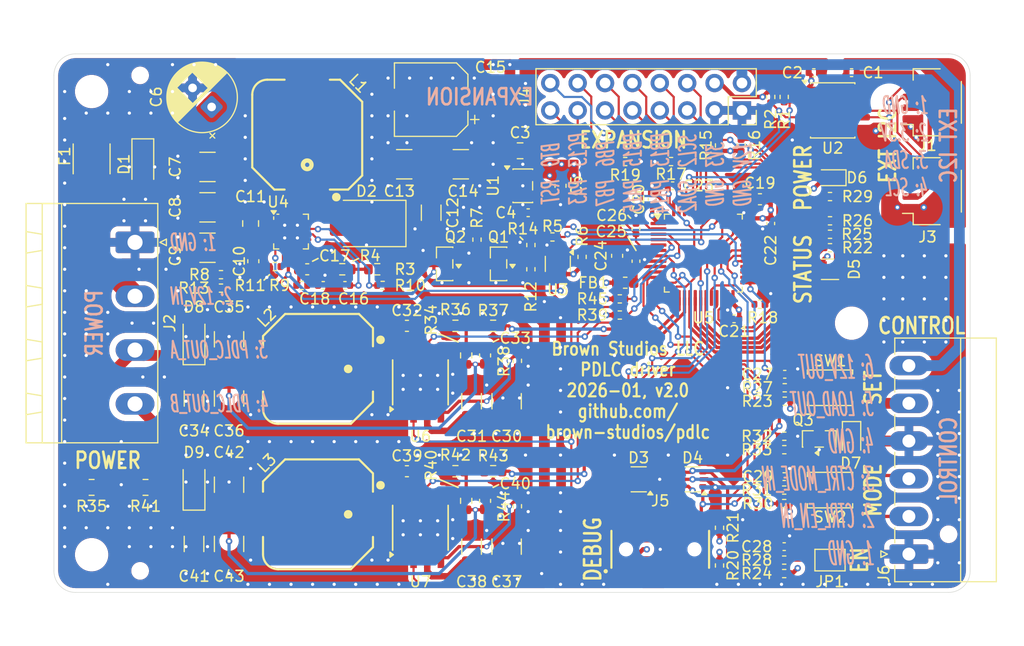
<source format=kicad_pcb>
(kicad_pcb (version 20241229) (generator "pcbnew") (generator_version "9.0")
  (title_block (title "PDLC driver") (date "2026-01") (rev "v2.0") (company "Brown Studios LLC") (comment 1 "github.com/brown-studios/pdlc"))
  (layers (0 "F.Cu" mixed) (4 "In1.Cu" power) (6 "In2.Cu" power) (2 "B.Cu" mixed) (13 "F.Paste" user) (15 "B.Paste" user) (5 "F.SilkS" user "F.Silkscreen") (7 "B.SilkS" user "B.Silkscreen") (1 "F.Mask" user) (3 "B.Mask" user) (25 "Edge.Cuts" user))
  (net 0 "")
  (net 1 "/BUS_GND")
  (net 2 "/BUS_3V3")
  (net 3 "+3.3V")
  (net 4 "GND")
  (net 5 "+12V")
  (net 6 "Net-(U1-BP)")
  (net 7 "Net-(U4-VCC)")
  (net 8 "/HV")
  (net 9 "Net-(U4-SS)")
  (net 10 "Net-(U4-COMP)")
  (net 11 "Net-(C18-Pad1)")
  (net 12 "/VDDA")
  (net 13 "/~{RESET}")
  (net 14 "/~{CTRL_SET}")
  (net 15 "/~{CTRL_MODE}")
  (net 16 "Net-(U6-BOOT)")
  (net 17 "Net-(U6-SW)")
  (net 18 "/pdlc driver a/FB")
  (net 19 "/PDLC_OUT_A")
  (net 20 "Net-(U7-BOOT)")
  (net 21 "Net-(U7-SW)")
  (net 22 "/pdlc driver b/FB")
  (net 23 "/PDLC_OUT_B")
  (net 24 "Net-(D2-A)")
  (net 25 "/CONSOLE_TX")
  (net 26 "/CONSOLE_RX")
  (net 27 "/SWDIO")
  (net 28 "/SWCLK")
  (net 29 "/BOOT0")
  (net 30 "/~{CTRL_MODE_IN}")
  (net 31 "/~{CTRL_SET_IN}")
  (net 32 "/SWO")
  (net 33 "Net-(D5-RK)")
  (net 34 "Net-(D5-BK)")
  (net 35 "Net-(D5-GK)")
  (net 36 "Net-(D6-K)")
  (net 37 "/12V_IN")
  (net 38 "/BUS_SDA")
  (net 39 "/BUS_SCL")
  (net 40 "/INT_I2C_SCL")
  (net 41 "/INT_I2C_SDA")
  (net 42 "/EXP_PB15")
  (net 43 "/EXP_PB7")
  (net 44 "/EXP_PA15")
  (net 45 "/EXP_PB14")
  (net 46 "/EXP_PB6")
  (net 47 "/EXP_PA3")
  (net 48 "/EXP_PC13")
  (net 49 "/EXP_PB13")
  (net 55 "Net-(Q1-D)")
  (net 56 "Net-(Q1-G)")
  (net 57 "/HV_UVLO")
  (net 58 "Net-(Q3-G)")
  (net 59 "/EXT_I2C_SDA")
  (net 60 "/EXT_I2C_SCL")
  (net 61 "/PDLC_EN_DRV")
  (net 62 "/HV_FB")
  (net 63 "/HV_PG")
  (net 64 "Net-(U4-MODE)")
  (net 65 "Net-(U4-RT)")
  (net 66 "/HV_EN")
  (net 67 "/BOOT1")
  (net 68 "/LED_STATUS_R")
  (net 69 "/LED_STATUS_G")
  (net 70 "/LED_STATUS_B")
  (net 71 "/LED_POWER")
  (net 72 "/LOAD_EN")
  (net 73 "/PDLC_ADJ_A")
  (net 74 "Net-(U6-RT{slash}SYNC)")
  (net 75 "/PDLC_PG_A")
  (net 76 "/PDLC_ADJ_B")
  (net 77 "Net-(U7-RT{slash}SYNC)")
  (net 78 "/PDLC_PG_B")
  (net 79 "/PDLC_EN")
  (net 86 "/~{CTRL_EN}")
  (net 87 "/~{CTRL_EN_IN}")
  (net 88 "/LOAD_OUT")
  (footprint "Capacitor_SMD:C_0402_1005Metric" (layer "F.Cu") (at 130.5 88.5 90)
    (property "Reference" "C20")
    (property "Value" "100n")
  )
  (footprint "Resistor_SMD:R_0402_1005Metric" (layer "F.Cu") (at 142.8 107.25 180)
    (property "Reference" "R23")
    (property "Value" "22K")
  )
  (footprint "Package_TO_SOT_SMD:SOT-23" (layer "F.Cu") (at 111.25 94.5 180)
    (property "Reference" "Q2")
    (property "Value" "MMBT3904")
  )
  (footprint "Resistor_SMD:R_0402_1005Metric" (layer "F.Cu") (at 132.25 85 180)
    (property "Reference" "R17")
    (property "Value" "10K")
  )
  (footprint "Inductor_SMD:L_0603_1608Metric" (layer "F.Cu") (at 128 96.25)
    (property "Reference" "FB1")
    (property "Value" "450mOhm")
  )
  (footprint "Jumper:SolderJumper-2_P1.3mm_Open_TrianglePad1.0x1.5mm" (layer "F.Cu") (at 147 122 180)
    (property "Reference" "JP1")
    (property "Value" "SolderJumper_2_Open")
  )
  (footprint "Diode_SMD:D_SMB" (layer "F.Cu") (at 104 90.75 180)
    (property "Reference" "D2")
    (property "Value" "B2100-13-F")
  )
  (footprint "Resistor_SMD:R_0402_1005Metric" (layer "F.Cu") (at 142.759999 111.75)
    (property "Reference" "R32")
    (property "Value" "470")
  )
  (footprint "Resistor_SMD:R_0402_1005Metric" (layer "F.Cu") (at 142.75 123.25 180)
    (property "Reference" "R24")
    (property "Value" "22K")
  )
  (footprint "Capacitor_SMD:C_0402_1005Metric" (layer "F.Cu") (at 142.75 114.25)
    (property "Reference" "C29")
    (property "Value" "100n")
  )
  (footprint "Resistor_SMD:R_0402_1005Metric" (layer "F.Cu") (at 142.75 115.5)
    (property "Reference" "R31")
    (property "Value" "2.2K")
  )
  (footprint "Resistor_SMD:R_0402_1005Metric" (layer "F.Cu") (at 147 93 180)
    (property "Reference" "R22")
    (property "Value" "1K")
  )
  (footprint "Package_TO_SOT_SMD:SOT-363_SC-70-6" (layer "F.Cu") (at 129.25 114.5 180)
    (property "Reference" "D3")
    (property "Value" "PESD3V3L5UY")
  )
  (footprint "LED_SMD:LED_0603_1608Metric" (layer "F.Cu") (at 147 86.5 180)
    (property "Reference" "D6")
    (property "Value" "KT-0603R")
  )
  (footprint "Capacitor_SMD:C_0603_1608Metric" (layer "F.Cu") (at 140.5 88.5 180)
    (property "Reference" "C19")
    (property "Value" "10u")
  )
  (footprint "Resistor_SMD:R_0603_1608Metric" (layer "F.Cu") (at 113.25 103 90)
    (property "Reference" "R34")
    (property "Value" "220K")
  )
  (footprint "Resistor_SMD:R_0402_1005Metric" (layer "F.Cu") (at 136.75 119 90)
    (property "Reference" "R21")
    (property "Value" "100K")
  )
  (footprint "Capacitor_SMD:C_1206_3216Metric" (layer "F.Cu") (at 113.75 107.25 90)
    (property "Reference" "C31")
    (property "Value" "100n")
  )
  (footprint "Capacitor_SMD:C_0603_1608Metric" (layer "F.Cu") (at 115 116.5 90)
    (property "Reference" "C40")
    (property "Value" "C")
  )
  (footprint "Connector_Phoenix_MC:PhoenixContact_MC_1,5_6-G-3.5_1x06_P3.50mm_Horizontal" (layer "F.Cu") (at 154.3175 121.445 90)
    (property "Reference" "J6")
    (property "Value" "TBP03R1-350-06BE")
  )
  (footprint "Resistor_SMD:R_0402_1005Metric" (layer "F.Cu") (at 119.25 95 -90)
    (property "Reference" "R12")
    (property "Value" "470")
  )
  (footprint "Capacitor_SMD:C_0402_1005Metric" (layer "F.Cu") (at 142.75 120.75)
    (property "Reference" "C28")
    (property "Value" "100n")
  )
  (footprint "LED_SMD:LED_LiteOn_LTST-C19HE1WT" (layer "F.Cu") (at 147 95 -90)
    (property "Reference" "D5")
    (property "Value" "LTST-C19HE1WT")
  )
  (footprint "Capacitor_SMD:C_0402_1005Metric" (layer "F.Cu") (at 99.985 96.5)
    (property "Reference" "C18")
    (property "Value" "22n")
  )
  (footprint "Capacitor_SMD:C_1206_3216Metric" (layer "F.Cu") (at 110 89.75 -90)
    (property "Reference" "C12")
    (property "Value" "100n")
  )
  (footprint "Resistor_SMD:R_0402_1005Metric" (layer "F.Cu") (at 147 88.25 180)
    (property "Reference" "R29")
    (property "Value" "1K")
  )
  (footprint "Capacitor_SMD:C_0402_1005Metric" (layer "F.Cu") (at 138.1 99.6 180)
    (property "Reference" "C21")
    (property "Value" "100n")
  )
  (footprint "Resistor_SMD:R_0603_1608Metric" (layer "F.Cu") (at 115.75 113.75)
    (property "Reference" "R43")
    (property "Value" "10K")
  )
  (footprint "Package_TO_SOT_SMD:SOT-363_SC-70-6" (layer "F.Cu") (at 134.25 114.5 180)
    (property "Reference" "D4")
    (property "Value" "PESD3V3L5UY")
  )
  (footprint "Capacitor_SMD:C_0402_1005Metric" (layer "F.Cu") (at 149 76.75 180)
    (property "Reference" "C1")
    (property "Value" "100n")
  )
  (footprint "MountingHole:MountingHole_2.7mm_M2.5" (layer "F.Cu") (at 78.5 78.5)
    (property "Reference" "MP1" (hide yes))
    (property "Value" "MountingHole_2.7mm_M2.5" (hide yes))
  )
  (footprint "Capacitor_SMD:C_1206_3216Metric" (layer "F.Cu") (at 88 107 -90)
    (property "Reference" "C34")
    (property "Value" "100n")
  )
  (footprint "Resistor_SMD:R_0402_1005Metric" (layer "F.Cu") (at 105.5 96.5 180)
    (property "Reference" "R10")
    (property "Value" "37.4K")
  )
  (footprint "Resistor_SMD:R_0603_1608Metric" (layer "F.Cu") (at 112.25 100.25 180)
    (property "Reference" "R36")
    (property "Value" "4.7K")
  )
  (footprint "Resistor_SMD:R_0805_2012Metric" (layer "F.Cu") (at 78.5 115.25 180)
    (property "Reference" "R35")
    (property "Value" "1M")
  )
  (footprint "1812L:1812L" (layer "F.Cu") (at 78.5 84.75 90)
    (property "Reference" "F1")
    (property "Value" "1812L200/16DR")
  )
  (footprint "Capacitor_SMD:C_0603_1608Metric" (layer "F.Cu") (at 127.25 93.75 90)
    (property "Reference" "C24")
    (property "Value" "1u")
  )
  (footprint "Diode_SMD:D_SOD-323" (layer "F.Cu") (at 149 110.75 -90)
    (property "Reference" "D7")
    (property "Value" "1N5819WS")
  )
  (footprint "LM5158:LM5158" (layer "F.Cu") (at 97 91.5)
    (property "Reference" "U4")
    (property "Value" "LM5158")
  )
  (footprint "Resistor_SMD:R_0402_1005Metric" (layer "F.Cu") (at 142.75 116.75 180)
    (property "Reference" "R30")
    (property "Value" "22K")
  )
  (footprint "Button_Switch_SMD:SW_SPST_TS-1088-xR020" (layer "F.Cu") (at 147 106 180)
    (property "Reference" "SW1")
    (property "Value" "SW_Push")
  )
  (footprint "Capacitor_SMD:C_0603_1608Metric" (layer "F.Cu") (at 115 103 90)
    (property "Reference" "C33")
    (property "Value" "C")
  )
  (footprint "MountingHole:MountingHole_2.7mm_M2.5" (layer "F.Cu") (at 78.5 121.5)
    (property "Reference" "MP1" (hide yes))
    (property "Value" "MountingHole_2.7mm_M2.5" (hide yes))
  )
  (footprint "Capacitor_SMD:C_0603_1608Metric" (layer "F.Cu") (at 122 87.25 90)
    (property "Reference" "C5")
    (property "Value" "2.2u")
  )
  (footprint "Package_TO_SOT_SMD:SOT-353_SC-70-5" (layer "F.Cu") (at 121.75 94.5 -90)
    (property "Reference" "U3")
    (property "Value" "SN74LVC1G08DCKR")
  )
  (footprint "Resistor_SMD:R_0402_1005Metric" (layer "F.Cu") (at 136.75 122.5 -90)
    (property "Reference" "R20")
    (property "Value" "100K")
  )
  (footprint "Package_QFP:LQFP-48_7x7mm_P0.5mm" (layer "F.Cu") (at 135.25 93.5)
    (property "Reference" "U5")
    (property "Value" "STM32L151C8T6A")
  )
  (footprint "Connector_PinSocket_2.54mm:PinSocket_2x08_P2.54mm_Vertical" (layer "F.Cu") (at 138.83 80.25 -90)
    (property "Reference" "J4")
    (property "Value" "Conn_02x08_Odd_Even")
  )
  (footprint "Connector_JST:JST_SH_SM04B-SRSS-TB_1x04-1MP_P1.00mm_Horizontal" (layer "F.Cu") (at 156.5 79.5 90)
    (property "Reference" "J1")
    (property "Value" "SM04B-SRSS-TB")
  )
  (footprint "Button_Switch_SMD:SW_SPST_TS-1088-xR020" (layer "F.Cu") (at 147 115.5 180)
    (property "Reference" "SW2")
    (property "Value" "SW_Push")
  )
  (footprint "Resistor_SMD:R_0402_1005Metric" (layer "F.Cu") (at 124 93.85 90)
    (property "Reference" "R6")
    (property "Value" "22K")
  )
  (footprint "Resistor_SMD:R_0402_1005Metric" (layer "F.Cu") (at 118 117 90)
    (property "Reference" "R44")
    (property "Value" "51K")
  )
  (footprint "WE-PD_1050P:WE-PD_1050P" (layer "F.Cu") (at 98.5 82.5 180)
    (property "Reference" "L1")
    (property "Value" "15u")
  )
  (footprint "Diode_SMD:D_SMF" (layer "F.Cu") (at 83.25 85.25 -90)
    (property "Reference" "D1")
    (property "Value" "SMF16A")
  )
  (footprint "Resistor_SMD:R_0402_1005Metric" (layer "F.Cu") (at 90.5 95.5 180)
    (property "Reference" "R8")
    (property "Value" "100K")
  )
  (footprint "Generic:JLCPCB_PCBA_Tooling_Hole" (layer "F.Cu") (at 83 77)
    (property "Reference" "TH1" (hide yes))
    (property "Value" "JLCPCB_PCBA_Tooling_Hole" (hide yes))
  )
  (footprint "Generic:JLCPCB_PCBA_Tooling_Hole" (layer "F.Cu") (at 83 123)
    (property "Reference" "TH1" (hide yes))
    (property "Value" "JLCPCB_PCBA_Tooling_Hole" (hide yes))
  )
  (footprint "WE-PD_1050P:WE-PD_1050P" (layer "F.Cu") (at 99.5 117.75 -90)
    (property "Reference" "L3")
    (property "Value" "68u")
  )
  (footprint "MountingHole:MountingHole_2.7mm_M2.5" (layer "F.Cu") (at 149 100)
    (property "Reference" "MP1" (hide yes))
    (property "Value" "MountingHole_2.7mm_M2.5" (hide yes))
  )
  (footprint "Capacitor_SMD:C_1210_3225Metric" (layer "F.Cu") (at 112.75 85.25)
    (property "Reference" "C14")
    (property "Value" "4.7u")
  )
  (footprint "Resistor_SMD:R_0402_1005Metric" (layer "F.Cu") (at 141.5 79 -90)
    (property "Reference" "R2")
    (property "Value" "2.2K")
  )
  (footprint "Capacitor_SMD:C_1210_3225Metric" (layer "F.Cu") (at 91.25 107 -90)
    (property "Reference" "C36")
    (property "Value" "10u")
  )
  (footprint "Resistor_SMD:R_0402_1005Metric" (layer "F.Cu") (at 90.5 96.75)
    (property "Reference" "R13")
    (property "Value" "15K")
  )
  (footprint "Resistor_SMD:R_0603_1608Metric" (layer "F.Cu") (at 115.75 100.25)
    (property "Reference" "R37")
    (property "Value" "10K")
  )
  (footprint "Resistor_SMD:R_0603_1608Metric" (layer "F.Cu") (at 112.25 113.75 180)
    (property "Reference" "R42")
    (property "Value" "4.7K")
  )
  (footprint "Capacitor_SMD:C_0402_1005Metric" (layer "F.Cu") (at 119 89.75)
    (property "Reference" "C4")
    (property "Value" "10n")
  )
  (footprint "Resistor_SMD:R_0402_1005Metric" (layer "F.Cu") (at 127.5 99.25)
    (property "Reference" "R39")
    (property "Value" "22K")
  )
  (footprint "Package_TO_SOT_SMD:SOT-23-5" (layer "F.Cu") (at 118.5 87.25)
    (property "Reference" "U1")
    (property "Value" "LP2985-33DBVR")
  )
  (footprint "Samtec:SAMTEC_FTSH-107-01-L-DV-K-A" (layer "F.Cu") (at 131.25 121)
    (property "Reference" "J5")
    (property "Value" "Conn_ST_STDC14")
  )
  (footprint "Resistor_SMD:R_0603_1608Metric" (layer "F.Cu") (at 113.25 116.5 90)
    (property "Reference" "R40")
    (property "Value" "220K")
  )
  (footprint "Capacitor_SMD:C_0402_1005Metric" (layer "F.Cu") (at 141.5 90.75 -90)
    (property "Reference" "C22")
    (property "Value" "100n")
  )
  (footprint "Capacitor_SMD:C_1210_3225Metric" (layer "F.Cu") (at 91.25 120.5 -90)
    (property "Reference" "C43")
    (property "Value" "10u")
  )
  (footprint "Connector_JST:JST_SH_SM04B-SRSS-TB_1x04-1MP_P1.00mm_Horizontal" (layer "F.Cu") (at 156.5 87.75 90)
    (property "Reference" "J3")
    (property "Value" "SM04B-SRSS-TB")
  )
  (footprint "Resistor_SMD:R_0402_1005Metric" (layer "F.Cu") (at 142.8 106)
    (property "Reference" "R27")
    (property "Value" "2.2K")
  )
  (footprint "Resistor_SMD:R_0402_1005Metric" (layer "F.Cu") (at 142.75 79 -90)
    (property "Reference" "R1")
    (property "Value" "2.2K")
  )
  (footprint "Package_TO_SOT_SMD:SOT-23" (layer "F.Cu") (at 116.25 94.5 180)
    (property "Reference" "Q1")
    (property "Value" "2N7002")
  )
  (footprint "Resistor_SMD:R_0402_1005Metric" (layer "F.Cu") (at 142.759999 110.5 180)
    (property "Reference" "R33")
    (property "Value" "100K")
  )
  (footprint "Capacitor_SMD:C_0805_2012Metric" (layer "F.Cu") (at 118.25 84)
    (property "Reference" "C3")
    (property "Value" "1u")
  )
  (footprint "Resistor_SMD:R_0805_2012Metric" (layer "F.Cu") (at 83.5 115.25 180)
    (property "Reference" "R41")
    (property "Value" "1M")
  )
  (footprint "Capacitor_SMD:C_1210_3225Metric" (layer "F.Cu") (at 117 120.75 90)
    (property "Reference" "C37")
    (property "Value" "4.7u")
  )
  (footprint "Resistor_SMD:R_0402_1005Metric" (layer "F.Cu") (at 138.75 83.5 -90)
    (property "Reference" "R16")
    (property "Value" "2.2K")
  )
  (footprint "Capacitor_SMD:C_1210_3225Metric" (layer "F.Cu") (at 91.25 101.5 90)
    (property "Reference" "C35")
    (property "Value" "10u")
  )
  (footprint "Resistor_SMD:R_0402_1005Metric" (layer "F.Cu") (at 147 90.5)
    (property "Reference" "R26")
    (property "Value" "470")
  )
  (footprint "Resistor_SMD:R_0402_1005Metric" (layer "F.Cu") (at 142.75 122)
    (property "Reference" "R28")
    (property "Value" "2.2K")
  )
  (footprint "Resistor_SMD:R_0603_1608Metric" (layer "F.Cu") (at 105 95 180)
    (property "Reference" "R3")
    (property "Value" "330K")
  )
  (footprint "Package_TO_SOT_SMD:SOT-23" (layer "F.Cu") (at 146 110.75 90)
    (property "Reference" "Q3")
    (property "Value" "2N7002")
  )
  (footprint "Resistor_SMD:R_0402_1005Metric" (layer "F.Cu") (at 121.25 92 180)
    (property "Reference" "R5")
    (property "Value" "22K")
  )
  (footprint "Resistor_SMD:R_0402_1005Metric" (layer "F.Cu") (at 136.75 83.5 -90)
    (property "Reference" "R15")
    (property "Value" "2.2K")
  )
  (footprint "Connector_Phoenix_MSTB:PhoenixContact_MSTBA_2,5_4-G_1x04_P5.00mm_Horizontal" (layer "F.Cu") (at 82.5275 92.5 -90)
    (property "Reference" "J2")
    (property "Value" "TBP04R12-500-04BE")
  )
  (footprint "Resistor_SMD:R_0402_1005Metric" (layer "F.Cu") (at 127.5 97.75)
    (property "Reference" "R45")
    (property "Value" "22K")
  )
  (footprint "Capacitor_SMD:C_0402_1005Metric" (layer "F.Cu") (at 132.4 87.25)
    (property "Reference" "C23")
    (property "Value" "100n")
  )
  (footprint "Resistor_SMD:R_0402_1005Metric" (layer "F.Cu") (at 118 103.5 90)
    (property "Reference" "R38")
    (property "Value" "51K")
  )
  (footprint "Capacitor_SMD:C_1210_3225Metric" (layer "F.Cu") (at 89.25 89.25 180)
    (property "Reference" "C8")
    (property "Value" "10u")
  )
  (footprint "Capacitor_SMD:C_1210_3225Metric" (layer "F.Cu") (at 89.25 85.5 180)
    (property "Reference" "C7")
    (property "Value" "10u")
  )
  (footprint "Capacitor_SMD:C_1210_3225Metric" (layer "F.Cu") (at 89.25 93 180)
    (property "Reference" "C9")
    (property "Value" "10u")
  )
  (footprint "Capacitor_SMD:C_1206_3216Metric" (layer "F.Cu") (at 88 120.5 -90)
    (property "Reference" "C41")
    (property "Value" "100n")
  )
  (footprint "Capacitor_SMD:C_0603_1608Metric" (layer "F.Cu") (at 98.5 95)
    (property "Reference" "C17")
    (property "Value" "2.2n")
  )
  (footprint "Resistor_SMD:R_0402_1005Metric" (layer "F.Cu") (at 128 85)
    (property "Reference" "R19")
    (property "Value" "10K")
  )
  (footprint "Resistor_SMD:R_0402_1005Metric" (layer "F.Cu") (at 140.5 98.25)
    (property "Reference" "R18")
    (property "Value" "10K")
  )
  (footprint "Diode_SMD:D_SMF" (layer "F.Cu") (at 88 101.5 90)
    (property "Reference" "D8")
    (property "Value" "SMF70A")
  )
  (footprint "Package_SO:SOIC-8_3.9x4.9mm_P1.27mm" (layer "F.Cu") (at 147.25 80.25)
    (property "Reference" "U2")
    (property "Value" "ISO1640")
  )
  (footprint "Capacitor_SMD:C_1210_3225Metric" (layer "F.Cu") (at 107.5 85.25 180)
    (property "Reference" "C13")
    (property "Value" "4.7u")
  )
  (footprint "Resistor_SMD:R_0402_1005Metric" (layer "F.Cu") (at 114.25 92.25 90)
    (property "Reference" "R7")
    (property "Value" "100K")
  )
  (footprint "Capacitor_SMD:C_0805_2012Metric" (layer "F.Cu") (at 93.25 90.75 90)
    (property "Reference" "C11")
    (property "Value" "1u")
  )
  (footprint "Diode_SMD:D_SMF" (layer "F.Cu") (at 88 115 90)
    (property "Reference" "D9")
    (property "Value" "SMF70A")
  )
  (footprint "Capacitor_SMD:C_0402_1005Metric" (layer "F.Cu") (at 145.5 76.75)
    (property "Reference" "C2")
    (property "Value" "100n")
  )
  (footprint "Capacitor_SMD:C_1210_3225Metric" (layer "F.Cu") (at 117 107.25 90)
    (property "Reference" "C30")
    (property "Value" "4.7u")
  )
  (footprint "Capacitor_THT:CP_Radial_D6.3mm_P2.50mm" (layer "F.Cu") (at 89.633883 79.928677 135)
    (property "Reference" "C6")
    (property "Value" "220u")
  )
  (footprint "Capacitor_SMD:C_0603_1608Metric" (layer "F.Cu") (at 107.75 113.75)
    (property "Reference" "C39")
    (property "Value" "100n")
  )
  (footprint "Capacitor_SMD:C_0603_1608Metric" (layer "F.Cu") (at 93.5 94.25 -90)
    (property "Reference" "C10")
    (property "Value" "100n")
  )
  (footprint "WE-PD_1050P:WE-PD_1050P" (layer "F.Cu") (at 99.5 104.25 -90)
    (property "Reference" "L2")
    (property "Value" "68u")
  )
  (footprint "Generic:JLCPCB_PCBA_Tooling_Hole" (layer "F.Cu") (at 158 119.6)
    (property "Reference" "TH1" (hide yes))
    (property "Value" "JLCPCB_PCBA_Tooling_Hole" (hide yes))
  )
  (footprint "Resistor_SMD:R_0402_1005Metric" (layer "F.Cu") (at 95.5 94.75)
    (property "Reference" "R11")
    (property "Value" "13K")
  )
  (footprint "Resistor_SMD:R_0402_1005Metric" (layer "F.Cu") (at 119.25 92.75 -90)
    (property "Reference" "R14")
    (property "Value" "100K")
  )
  (footprint "Package_SO:TI_SO-PowerPAD-8" (layer "F.Cu") (at 109 119 90)
    (property "Reference" "U7")
    (property "Value" "LMR38010SDDAR")
  )
  (footprint "Resistor_SMD:R_0402_1005Metric" (layer "F.Cu") (at 97.985 96.5 180)
    (property "Reference" "R9")
    (property "Value" "1K")
  )
  (footprint "Package_SO:TI_SO-PowerPAD-8" (layer "F.Cu") (at 109 105.5 90)
    (property "Reference" "U6")
    (property "Value" "LMR38010SDDAR")
  )
  (footprint "Resistor_SMD:R_0402_1005Metric" (layer "F.Cu") (at 147 91.75)
    (property "Reference" "R25")
    (property "Value" "470")
  )
  (footprint "Resistor_SMD:R_0603_1608Metric" (layer "F.Cu") (at 101.75 95 180)
    (property "Reference" "R4")
    (property "Value" "5.1K")
  )
  (footprint "Capacitor_SMD:C_0402_1005Metric" (layer "F.Cu") (at 129 91.25 90)
    (property "Reference" "C26")
    (property "Value" "100n")
  )
  (footprint "Capacitor_SMD:C_0603_1608Metric" (layer "F.Cu") (at 107.75 100.25)
    (property "Reference" "C32")
    (property "Value" "100n")
  )
  (footprint "Capacitor_SMD:C_0402_1005Metric" (layer "F.Cu") (at 142.8 104.75)
    (property "Reference" "C27")
    (property "Value" "100n")
  )
  (footprint "Capacitor_SMD:C_1206_3216Metric" (layer "F.Cu") (at 113.75 120.75 90)
    (property "Reference" "C38")
    (property "Value" "100n")
  )
  (footprint "Capacitor_SMD:C_1210_3225Metric" (layer "F.Cu") (at 91.25 115 90)
    (property "Reference" "C42")
    (property "Value" "10u")
  )
  (footprint "Capacitor_SMD:C_0402_1005Metric" (layer "F.Cu") (at 129 94.25 90)
    (property "Reference" "C25")
    (property "Value" "100n")
  )
  (footprint "Capacitor_SMD:C_0402_1005Metric" (layer "F.Cu") (at 102 96.5 180)
    (property "Reference" "C16")
    (property "Value" "220n")
  )
  (footprint "Capacitor_SMD:CP_Elec_6.3x9.9" (layer "F.Cu") (at 110 79.25 180)
    (property "Reference" "C15")
    (property "Value" "22u")
  )
  (gr_poly (pts (xy 103.25 102.75) (xy 105.5 102.75) (xy 106.75 102) (xy 107.25 102) (xy 107.25 103.5) (xy 106.75 103.5) (xy 105.25 105.75) (xy 103.25 105.75)) (stroke (width 0.5)) (fill yes) (layer "F.Cu") (net 17))
  (gr_poly (pts (xy 103.25 116.25) (xy 105.5 116.25) (xy 106.75 115.5) (xy 107.25 115.5) (xy 107.25 117) (xy 106.75 117) (xy 105.25 119.25) (xy 103.25 119.25)) (stroke (width 0.5)) (fill yes) (layer "F.Cu") (net 21))
  (gr_poly (pts (xy 119.15 86.45) (xy 120.7 86.45) (xy 121.45 86.8) (xy 123.55 86.8) (xy 123.55 84.95) (xy 120.45 84.95) (xy 120.45 86) (xy 119.15 86)) (stroke (width 0.25)) (fill yes) (layer "F.Cu") (net 3))
  (gr_poly (pts (xy 96.25 89.75) (xy 96.25 90.75) (xy 95 90.75) (xy 95 89.75)) (stroke (width 0.25)) (fill yes) (layer "F.Cu") (net 4))
  (gr_poly (pts (xy 96.9 86.15) (xy 100.1 86.15) (xy 100.1 87.75) (xy 102.95 89) (xy 102.95 91.7) (xy 100.75 91.7) (xy 100.75 90.75) (xy 100.25 90.25) (xy 97.25 90.25) (xy 97.25 89.45) (xy 96.9 89.05)) (stroke (width 0.25)) (fill yes) (layer "F.Cu") (net 24))
  (gr_poly (pts (xy 95.75 116.25) (xy 95.75 119.25) (xy 87.25 119.25) (xy 87.25 116.25)) (stroke (width 0.5)) (fill yes) (layer "F.Cu") (net 23))
  (gr_poly (pts (xy 103.25 102.75) (xy 105.5 102.75) (xy 106.75 102) (xy 107.25 102) (xy 107.25 103.5) (xy 106.75 103.5) (xy 105.25 105.75) (xy 103.25 105.75)) (stroke (width 0.5)) (fill yes) (layer "F.Cu") (net 17))
  (gr_poly (pts (xy 95.75 102.75) (xy 95.75 105.75) (xy 87.25 105.75) (xy 87.25 102.75)) (stroke (width 0.5)) (fill yes) (layer "F.Cu") (net 19))
  (gr_poly (pts (xy 95.75 102.75) (xy 95.75 105.75) (xy 87.25 105.75) (xy 87.25 102.75)) (stroke (width 0.5)) (fill yes) (layer "F.Cu") (net 19))
  (gr_line (start 118.25 92) (end 118.5 92.25) (stroke (width 0.15)) (layer "F.SilkS"))
  (gr_line (start 128.25 92) (end 129 93.25) (stroke (width 0.15)) (layer "F.SilkS"))
  (gr_line (start 128.25 90) (end 128.5 90.25) (stroke (width 0.15)) (layer "F.SilkS"))
  (gr_line (start 116.25 101.5) (end 115.75 101.75) (stroke (width 0.15)) (layer "F.SilkS"))
  (gr_line (start 116.25 115) (end 115.75 115.25) (stroke (width 0.15)) (layer "F.SilkS"))
  (gr_line (start 110.75 114.5) (end 112.5 115.25) (stroke (width 0.15)) (layer "F.SilkS"))
  (gr_line (start 99.5 94) (end 99 94.25) (stroke (width 0.15)) (layer "F.SilkS"))
  (gr_line (start 103.25 94) (end 102.75 94.25) (stroke (width 0.15)) (layer "F.SilkS"))
  (gr_line (start 110.75 101) (end 112.5 101.75) (stroke (width 0.15)) (layer "F.SilkS"))
  (gr_line (start 94.5 96) (end 95 95.5) (stroke (width 0.15)) (layer "F.SilkS"))
  (gr_arc (start 158 75) (mid 159.414214 75.585786) (end 160 77) (stroke (width 0.05)) (layer "Edge.Cuts"))
  (gr_line (start 77 75) (end 158 75) (stroke (width 0.05)) (layer "Edge.Cuts"))
  (gr_line (start 75 123) (end 75 77) (stroke (width 0.05)) (layer "Edge.Cuts"))
  (gr_arc (start 160 123) (mid 159.414214 124.414214) (end 158 125) (stroke (width 0.05)) (layer "Edge.Cuts"))
  (gr_line (start 158 125) (end 77 125) (stroke (width 0.05)) (layer "Edge.Cuts"))
  (gr_line (start 160 77) (end 160 123) (stroke (width 0.05)) (layer "Edge.Cuts"))
  (gr_arc (start 77 125) (mid 75.585786 124.414214) (end 75 123) (stroke (width 0.05)) (layer "Edge.Cuts"))
  (gr_arc (start 75 77) (mid 75.585786 75.585786) (end 77 75) (stroke (width 0.05)) (layer "Edge.Cuts"))
  (gr_text "DEBUG" (at 125 121 90) (layer "F.SilkS") (effects (font (size 1.5 1.2) (thickness 0.24) (bold yes))))
  (gr_text "EXPANSION" (at 128.75 83 0) (layer "F.SilkS") (effects (font (size 1.5 1.2) (thickness 0.24) (bold yes))))
  (gr_text "POWER" (at 144.5 86.5 90) (layer "F.SilkS") (effects (font (size 1.5 1.2) (thickness 0.24) (bold yes))))
  (gr_text "CONTROL" (at 155.5 100.25 0) (layer "F.SilkS") (effects (font (size 1.5 1.2) (thickness 0.24) (bold yes))))
  (gr_text "POWER" (at 80 112.75 0) (layer "F.SilkS") (effects (font (size 1.5 1.2) (thickness 0.24) (bold yes))))
  (gr_text "EXT I2C" (at 152.35 83.5 90) (layer "F.SilkS") (effects (font (size 1.5 1.2) (thickness 0.24) (bold yes))))
  (gr_text "SET" (at 151 106 90) (layer "F.SilkS") (effects (font (size 1.5 1.2) (thickness 0.24) (bold yes))))
  (gr_text "STATUS" (at 144.5 95 90) (layer "F.SilkS") (effects (font (size 1.5 1.2) (thickness 0.24) (bold yes))))
  (gr_text "EN" (at 149.75 122 90) (layer "F.SilkS") (effects (font (size 1.5 1.2) (thickness 0.24) (bold yes))))
  (gr_text "MODE" (at 151 115.5 90) (layer "F.SilkS") (effects (font (size 1.5 1.2) (thickness 0.24) (bold yes))))
  (gr_text "${COMPANY}\n${TITLE}\n${ISSUE_DATE}, ${REVISION}\ngithub.com/\nbrown-studios/pdlc\n" (at 128.25 106.25 0) (layer "F.SilkS") (effects (font (size 1.2 1) (thickness 0.2) (bold yes))))
  (gr_text "EXT I2C" (at 158 83.5 90) (layer "B.SilkS") (effects (font (size 1.5 1.2) (thickness 0.24) (bold yes)) (justify mirror)))
  (gr_text "1: GND\n\n2: 12V_IN\n\n3: PDLC_OUT_A\n\n4: PDLC_OUT_B" (at 85.75 100 0) (layer "B.SilkS") (effects (font (size 1.55 0.8) (thickness 0.1875) (italic yes)) (justify right mirror)))
  (gr_text "EXPANSION" (at 114.5 79 0) (layer "B.SilkS") (effects (font (size 1.5 1.2) (thickness 0.24) (bold yes)) (justify mirror)))
  (gr_text "RST\nPA3\nPB7\nPA15\nPB14\nSDA2\nGND\nGND" (at 130 86.5 90) (layer "B.SilkS") (effects (font (size 1.58 0.8) (thickness 0.1875) (italic yes)) (justify left mirror)))
  (gr_text "CONTROL" (at 158 112.75 90) (layer "B.SilkS") (effects (font (size 1.5 1.2) (thickness 0.24) (bold yes)) (justify mirror)))
  (gr_text "6: 12V_OUT\n5: LOAD_OUT\n4: GND\n3: CTRL_MODE_IN\n2: CTRL_EN_IN\n1: GND" (at 151.25 112.75 0) (layer "B.SilkS") (effects (font (size 2.15 0.8) (thickness 0.1875) (italic yes)) (justify left mirror)))
  (gr_text "1: GND\n2: 3.3V\n3: SDA\n4: SCL" (at 156.25 83.6 0) (layer "B.SilkS") (effects (font (size 1.58 0.8) (thickness 0.1875) (italic yes)) (justify left mirror)))
  (gr_text "BT0\nPC13\nPB6\nPB15\nPB13\nSCL2\n3V3\n12V" (at 130 85.5 90) (layer "B.SilkS") (effects (font (size 1.58 0.8) (thickness 0.1875) (italic yes)) (justify right mirror)))
  (gr_text "POWER" (at 78.75 100 90) (layer "B.SilkS") (effects (font (size 1.5 1.2) (thickness 0.24) (bold yes)) (justify mirror)))
  (segment (start 148.349 76.921) (end 148.349 79) (width 0.4) (layer "F.Cu") (net 1))
  (segment (start 151.245 82.155) (end 149.725 82.155) (width 0.4) (layer "F.Cu") (net 1))
  (segment (start 155.7 89.25) (end 154.5 89.25) (width 0.4) (layer "F.Cu") (net 1))
  (segment (start 148.349 79) (end 148.349 81.753999) (width 0.4) (layer "F.Cu") (net 1))
  (segment (start 148.52 76.75) (end 148.349 76.921) (width 0.4) (layer "F.Cu") (net 1))
  (segment (start 151.25 82.15) (end 151.245 82.155) (width 0.4) (layer "F.Cu") (net 1))
  (segment (start 154.5 89.25) (end 153.25 89.25) (width 0.4) (layer "F.Cu") (net 1))
  (segment (start 154.5 81) (end 154.5 81.75) (width 0.4) (layer "F.Cu") (net 1))
  (segment (start 148.750001 82.155) (end 149.725 82.155) (width 0.4) (layer "F.Cu") (net 1))
  (segment (start 148.349 81.753999) (end 148.750001 82.155) (width 0.4) (layer "F.Cu") (net 1))
  (via (at 154.5 81.75) (size 0.6) (drill 0.3) (layers "F.Cu" "B.Cu") (net 1))
  (via (at 151.25 82.15) (size 0.6) (drill 0.3) (layers "F.Cu" "B.Cu") (net 1))
  (via (at 155.7 89.25) (size 0.6) (drill 0.3) (layers "F.Cu" "B.Cu") (net 1))
  (via (at 155 82.75) (size 0.5) (drill 0.3) (layers "F.Cu" "B.Cu") (net 1))
  (via (at 153.25 89.25) (size 0.5) (drill 0.3) (layers "F.Cu" "B.Cu") (net 1))
  (segment (start 154.5 80) (end 156.25 80) (width 0.4) (layer "F.Cu") (net 2))
  (segment (start 156.25 87.274999) (end 156.25 80) (width 0.4) (layer "F.Cu") (net 2))
  (segment (start 154.5 88.25) (end 155.274999 88.25) (width 0.4) (layer "F.Cu") (net 2))
  (segment (start 156.25 80) (end 156.25 78.191612) (width 0.4) (layer "F.Cu") (net 2))
  (segment (start 149.48 78.1) (end 149.725 78.345) (width 0.4) (layer "F.Cu") (net 2))
  (segment (start 156.25 78.191612) (end 154.808388 76.75) (width 0.4) (layer "F.Cu") (net 2))
  (segment (start 155.274999 88.25) (end 156.25 87.274999) (width 0.4) (layer "F.Cu") (net 2))
  (segment (start 149.48 76.75) (end 149.48 78.1) (width 0.4) (layer "F.Cu") (net 2))
  (segment (start 154.808388 76.75) (end 149.48 76.75) (width 0.4) (layer "F.Cu") (net 2))
  (segment (start 138.58 98.78) (end 138.55 98.75) (width 0.4) (layer "F.Cu") (net 3))
  (segment (start 121.575 86.3) (end 121.75 86.475) (width 0.4) (layer "F.Cu") (net 3))
  (segment (start 138.051 97.6625) (end 138.051 98.251) (width 0.4) (layer "F.Cu") (net 3))
  (segment (start 145.02 76.75) (end 145.27 77) (width 0.4) (layer "F.Cu") (net 3))
  (segment (start 141.5 90.27) (end 140.75 90.27) (width 0.4) (layer "F.Cu") (net 3))
  (segment (start 121 86.3) (end 121.575 86.3) (width 0.4) (layer "F.Cu") (net 3))
  (segment (start 130.5 90) (end 130.5 90.1115) (width 0.4) (layer "F.Cu") (net 3))
  (segment (start 136.75 84.009999) (end 137.75 84.009999) (width 0.4) (layer "F.Cu") (net 3))
  (segment (start 140.75 79) (end 141.259999 78.490001) (width 0.4) (layer "F.Cu") (net 3))
  (segment (start 140.75 79) (end 138.1 79) (width 0.4) (layer "F.Cu") (net 3))
  (segment (start 146.212499 86.787501) (end 145.5 87.5) (width 0.4) (layer "F.Cu") (net 3))
  (segment (start 127.212499 96.25) (end 126.25 96.25) (width 0.4) (layer "F.Cu") (net 3))
  (segment (start 130.5 90.1115) (end 131.0875 90.699) (width 0.4) (layer "F.Cu") (net 3))
  (segment (start 132.02 88.9085) (end 132.449 89.3375) (width 0.4) (layer "F.Cu") (net 3))
  (segment (start 145.27 77.5) (end 145.27 77.85) (width 0.4) (layer "F.Cu") (net 3))
  (segment (start 131.92 87.3) (end 132.02 87.4) (width 0.4) (layer "F.Cu") (net 3))
  (segment (start 128.912 121.738) (end 129.65 121) (width 0.4) (layer "F.Cu") (net 3))
  (segment (start 141.5 89.5) (end 141.5 88.975) (width 0.4) (layer "F.Cu") (net 3))
  (segment (start 124 94.65) (end 123.2 95.45) (width 0.4) (layer "F.Cu") (net 3))
  (segment (start 140.75 90.27) (end 139.8415 90.27) (width 0.4) (layer "F.Cu") (net 3))
  (segment (start 146.693582 93.806418) (end 146.755822 93.806418) (width 0.4) (layer "F.Cu") (net 3))
  (segment (start 145.27 77.85) (end 144.775 78.345) (width 0.4) (layer "F.Cu") (net 3))
  (segment (start 141.5 88.975) (end 141.275 88.75) (width 0.4) (layer "F.Cu") (net 3))
  (segment (start 132.02 88) (end 132.02 88.9085) (width 0.4) (layer "F.Cu") (net 3))
  (segment (start 138.051 98.251) (end 138.55 98.75) (width 0.4) (layer "F.Cu") (net 3))
  (segment (start 143.309999 107.25) (end 143.309999 107.940001) (width 0.4) (layer "F.Cu") (net 3))
  (segment (start 130.5 88.98) (end 130.5 90) (width 0.4) (layer "F.Cu") (net 3))
  (segment (start 119.6375 86.3) (end 121 86.3) (width 0.4) (layer "F.Cu") (net 3))
  (segment (start 145.27 77) (end 145.27 77.5) (width 0.4) (layer "F.Cu") (net 3))
  (segment (start 146.275 94.225) (end 146.693582 93.806418) (width 0.4) (layer "F.Cu") (net 3))
  (segment (start 143.259999 116.75) (end 143.259999 117.490001) (width 0.4) (layer "F.Cu") (net 3))
  (segment (start 136.75 119.509999) (end 136.75 120.25) (width 0.4) (layer "F.Cu") (net 3))
  (segment (start 132.02 87.4) (end 132.02 88) (width 0.4) (layer "F.Cu") (net 3))
  (segment (start 143.5 123.25) (end 144 122.75) (width 0.4) (layer "F.Cu") (net 3))
  (segment (start 122.4 95.45) (end 123.2 95.45) (width 0.4) (layer "F.Cu") (net 3))
  (segment (start 137.75 84.009999) (end 138.75 84.009999) (width 0.4) (layer "F.Cu") (net 3))
  (segment (start 139.8415 90.27) (end 139.4125 90.699) (width 0.4) (layer "F.Cu") (net 3))
  (segment (start 136.75 121.990001) (end 136.75 121.25) (width 0.4) (layer "F.Cu") (net 3))
  (segment (start 126.99 97.75) (end 126.25 97.75) (width 0.4) (layer "F.Cu") (net 3))
  (segment (start 141.5 90.27) (end 141.5 89.5) (width 0.4) (layer "F.Cu") (net 3))
  (segment (start 138.1 79) (end 136.81 77.71) (width 0.4) (layer "F.Cu") (net 3))
  (segment (start 129.65 121) (end 130 121) (width 0.4) (layer "F.Cu") (net 3))
  (segment (start 124 94.359999) (end 124 94.65) (width 0.4) (layer "F.Cu") (net 3))
  (segment (start 146.212499 86.5) (end 146.212499 86.787501) (width 0.4) (layer "F.Cu") (net 3))
  (segment (start 126.99 99.25) (end 126.25 99.25) (width 0.4) (layer "F.Cu") (net 3))
  (segment (start 142.895001 78.345) (end 142.75 78.490001) (width 0.4) (layer "F.Cu") (net 3))
  (segment (start 141.259999 78.490001) (end 141.5 78.490001) (width 0.4) (layer "F.Cu") (net 3))
  (segment (start 138.58 99.6) (end 138.58 98.78) (width 0.4) (layer "F.Cu") (net 3))
  (segment (start 143.259999 123.25) (end 143.5 123.25) (width 0.4) (layer "F.Cu") (net 3))
  (segment (start 144.775 78.345) (end 142.895001 78.345) (width 0.4) (layer "F.Cu") (net 3))
  (segment (start 141.5 78.490001) (end 142.75 78.490001) (width 0.4) (layer "F.Cu") (net 3))
  (segment (start 146.275 94.575) (end 146.275 94.225) (width 0.4) (layer "F.Cu") (net 3))
  (via (at 126.25 96.25) (size 0.6) (drill 0.3) (layers "F.Cu" "B.Cu") (net 3))
  (via (at 146.755822 93.806418) (size 0.6) (drill 0.3) (layers "F.Cu" "B.Cu") (net 3))
  (via (at 141.5 89.5) (size 0.6) (drill 0.3) (layers "F.Cu" "B.Cu") (net 3))
  (via (at 136.75 120.25) (size 0.6) (drill 0.3) (layers "F.Cu" "B.Cu") (net 3))
  (via (at 123.25 85.25) (size 0.5) (drill 0.3) (layers "F.Cu" "B.Cu") (net 3))
  (via (at 143.309999 107.940001) (size 0.6) (drill 0.3) (layers "F.Cu" "B.Cu") (net 3))
  (via (at 145.27 77.5) (size 0.6) (drill 0.3) (layers "F.Cu" "B.Cu") (net 3))
  (via (at 130 121) (size 0.6) (drill 0.3) (layers "F.Cu" "B.Cu") (net 3))
  (via (at 132.02 88) (size 0.6) (drill 0.3) (layers "F.Cu" "B.Cu") (net 3))
  (via (at 123.2 95.45) (size 0.6) (drill 0.3) (layers "F.Cu" "B.Cu") (net 3))
  (via (at 136.75 121.25) (size 0.6) (drill 0.3) (layers "F.Cu" "B.Cu") (net 3))
  (via (at 140.75 79) (size 0.6) (drill 0.3) (layers "F.Cu" "B.Cu") (net 3))
  (via (at 126.25 99.25) (size 0.6) (drill 0.3) (layers "F.Cu" "B.Cu") (net 3))
  (via (at 137.75 84.009999) (size 0.6) (drill 0.3) (layers "F.Cu" "B.Cu") (net 3))
  (via (at 143.259999 117.490001) (size 0.6) (drill 0.3) (layers "F.Cu" "B.Cu") (net 3))
  (via (at 121 85.25) (size 0.5) (drill 0.3) (layers "F.Cu" "B.Cu") (net 3))
  (via (at 126.25 97.75) (size 0.6) (drill 0.3) (layers "F.Cu" "B.Cu") (net 3))
  (via (at 145.5 87.5) (size 0.6) (drill 0.3) (layers "F.Cu" "B.Cu") (net 3))
  (via (at 122.1 85.25) (size 0.5) (drill 0.3) (layers "F.Cu" "B.Cu") (net 3))
  (via (at 138.55 98.75) (size 0.6) (drill 0.3) (layers "F.Cu" "B.Cu") (net 3))
  (via (at 123.25 86.3) (size 0.5) (drill 0.3) (layers "F.Cu" "B.Cu") (net 3))
  (via (at 130.5 90) (size 0.6) (drill 0.3) (layers "F.Cu" "B.Cu") (net 3))
  (via (at 144 122.75) (size 0.6) (drill 0.3) (layers "F.Cu" "B.Cu") (net 3))
  (via (at 121 86.3) (size 0.5) (drill 0.3) (layers "F.Cu" "B.Cu") (net 3))
  (via (at 140.75 90.27) (size 0.6) (drill 0.3) (layers "F.Cu" "B.Cu") (net 3))
  (segment (start 140.75 91.25) (end 141.48 91.25) (width 0.3) (layer "F.Cu") (net 4))
  (segment (start 128.51 85) (end 129.5 85) (width 0.4) (layer "F.Cu") (net 4))
  (segment (start 119.2 84) (end 118.5 84.7) (width 0.4) (layer "F.Cu") (net 4))
  (segment (start 120.5 87.25) (end 117.3625 87.25) (width 0.4) (layer "F.Cu") (net 4))
  (segment (start 129.950001 94.25) (end 129.8 94.099999) (width 0.3) (layer "F.Cu") (net 4))
  (segment (start 133 89.3375) (end 133 88) (width 0.3) (layer "F.Cu") (net 4))
  (segment (start 136.29 80.25) (end 138.83 80.25) (width 0.6) (layer "F.Cu") (net 4))
  (segment (start 120.740001 92) (end 120.740001 92.75) (width 0.4) (layer "F.Cu") (net 4))
  (segment (start 131.0875 94.25) (end 129.950001 94.25) (width 0.3) (layer "F.Cu") (net 4))
  (segment (start 118.5 84.7) (end 118.5 85.25) (width 0.4) (layer "F.Cu") (net 4))
  (segment (start 130.2 115.15) (end 130.85 115.15) (width 0.2) (layer "F.Cu") (net 4))
  (segment (start 129.470001 93.77) (end 129.8 94.099999) (width 0.4) (layer "F.Cu") (net 4))
  (segment (start 141.009999 98.25) (end 141.009999 97.75) (width 0.4) (layer "F.Cu") (net 4))
  (segment (start 135.6 114.5) (end 136.35 115.249998) (width 0.4) (layer "F.Cu") (net 4))
  (segment (start 97.25 92.9575) (end 97.25 92.25) (width 0.3) (layer "F.Cu") (net 4))
  (segment (start 130.5 88.02) (end 130.5 87.25) (width 0.4) (layer "F.Cu") (net 4))
  (segment (start 120.740001 93.190001) (end 121.1 93.55) (width 0.4) (layer "F.Cu") (net 4))
  (segment (start 145.749999 82.155) (end 144.775 82.155) (width 0.4) (layer "F.Cu") (net 4))
  (segment (start 127.97 92.975) (end 128.205 93.21) (width 0.4) (layer "F.Cu") (net 4))
  (segment (start 128.44 93.21) (end 128.205 93.21) (width 0.4) (layer "F.Cu") (net 4))
  (segment (start 137.62 99.6) (end 137.619999 98.903247) (width 0.3) (layer "F.Cu") (net 4))
  (segment (start 146.151 76.921) (end 146.151 81.753999) (width 0.4) (layer "F.Cu") (net 4))
  (segment (start 120.740001 92.75) (end 120.740001 93.190001) (width 0.4) (layer "F.Cu") (net 4))
  (segment (start 139.725 89.025) (end 139 89.75) (width 0.4) (layer "F.Cu") (net 4))
  (segment (start 122 88.025) (end 122 89) (width 0.4) (layer "F.Cu") (net 4))
  (segment (start 139.4125 91.25) (end 140.75 91.25) (width 0.3) (layer "F.Cu") (net 4))
  (segment (start 131.25 123.035) (end 131.25 121) (width 0.4) (layer "F.Cu") (net 4))
  (segment (start 143.23 119.77) (end 143.25 119.75) (width 0.4) (layer "F.Cu") (net 4))
  (segment (start 139.725 88.5) (end 139.725 89.025) (width 0.4) (layer "F.Cu") (net 4))
  (segment (start 118.5 87.25) (end 118.5 89) (width 0.4) (layer "F.Cu") (net 4))
  (segment (start 118.5 89) (end 118.5 89.73) (width 0.4) (layer "F.Cu") (net 4))
  (segment (start 121.25 88) (end 120.5 87.25) (width 0.4) (layer "F.Cu") (net 4))
  (segment (start 149.855 110.945) (end 149 111.8) (width 1) (layer "F.Cu") (net 4))
  (segment (start 131.2 114.5) (end 130.199999 114.5) (width 0.4) (layer "F.Cu") (net 4))
  (segment (start 133 88) (end 133 87.52) (width 0.3) (layer "F.Cu") (net 4))
  (segment (start 131.2 114.8) (end 131.2 114.5) (width 0.2) (layer "F.Cu") (net 4))
  (segment (start 130.85 115.15) (end 131.2 114.8) (width 0.2) (layer "F.Cu") (net 4))
  (segment (start 143.269998 110.5) (end 144 110.5) (width 0.4) (layer "F.Cu") (net 4))
  (segment (start 121.725 88) (end 121.25 88) (width 0.4) (layer "F.Cu") (net 4))
  (segment (start 143.28 104.75) (end 143.5 104.75) (width 0.4) (layer "F.Cu") (net 4))
  (segment (start 118.5 85.25) (end 118.5 87.25) (width 0.4) (layer "F.Cu") (net 4))
  (segment (start 117.1875 93.55) (end 118.24375 92.49375) (width 0.4) (layer "F.Cu") (net 4))
  (segment (start 129 93.77) (end 128.44 93.21) (width 0.4) (layer "F.Cu") (net 4))
  (segment (start 137.5 97.6625) (end 137.499999 98.783247) (width 0.3) (layer "F.Cu") (net 4))
  (segment (start 145.98 76.75) (end 146.151 76.921) (width 0.4) (layer "F.Cu") (net 4))
  (segment (start 143.5 104.75) (end 144 104.25) (width 0.4) (layer "F.Cu") (net 4))
  (segment (start 112.2375 93.5) (end 113.5 93.5) (width 0.4) (layer "F.Cu") (net 4))
  (segment (start 129 93.77) (end 129.470001 93.77) (width 0.4) (layer "F.Cu") (net 4))
  (segment (start 146.151 81.753999) (end 145.749999 82.155) (width 0.4) (layer "F.Cu") (net 4))
  (segment (start 132.98 87.5) (end 132.98 87.4) (width 0.3) (layer "F.Cu") (net 4))
  (segment (start 141.009999 97.75) (end 141.5 97.259999) (width 0.4) (layer "F.Cu") (net 4))
  (segment (start 154.3175 110.945) (end 149.855 110.945) (width 1) (layer "F.Cu") (net 4))
  (segment (start 135.199999 114.5) (end 135.6 114.5) (width 0.4) (layer "F.Cu") (net 4))
  (segment (start 133 87.52) (end 132.98 87.5) (width 0.3) (layer "F.Cu") (net 4))
  (segment (start 130.75 85) (end 131.740001 85) (width 0.4) (layer "F.Cu") (net 4))
  (segment (start 146.95 111.6875) (end 148.8875 111.6875) (width 1) (layer "F.Cu") (net 4))
  (segment (start 129 90.77) (end 129 90) (width 0.4) (layer "F.Cu") (net 4))
  (segment (start 118.497499 92.240001) (end 119.25 92.240001) (width 0.4) (layer "F.Cu") (net 4))
  (segment (start 118.24375 92.49375) (end 118.497499 92.240001) (width 0.4) (layer "F.Cu") (net 4))
  (segment (start 127.25 92.975) (end 127.97 92.975) (width 0.4) (layer "F.Cu") (net 4))
  (segment (start 137.619999 98.903247) (end 137.499999 98.783247) (width 0.3) (layer "F.Cu") (net 4))
  (segment (start 143.25 113.5) (end 143.25 114.23) (width 0.4) (layer "F.Cu") (net 4))
  (segment (start 148.8875 111.6875) (end 149 111.8) (width 1) (layer "F.Cu") (net 4))
  (segment (start 143.5 83) (end 144.345 82.155) (width 0.4) (layer "F.Cu") (net 4))
  (segment (start 143.23 120.75) (end 143.23 119.77) (width 0.4) (layer "F.Cu") (net 4))
  (via (at 94.75 95.75) (size 0.5) (drill 0.3) (layers "F.Cu" "B.Cu") (net 4))
  (via (at 91.25 112.25) (size 0.5) (drill 0.3) (layers "F.Cu" "B.Cu") (net 4))
  (via (at 154.5 124.25) (size 0.5) (drill 0.3) (layers "F.Cu" "B.Cu") (net 4))
  (via (at 93.25 113.5) (size 0.5) (drill 0.3) (layers "F.Cu" "B.Cu") (net 4))
  (via (at 155.75 95.75) (size 0.5) (drill 0.3) (layers "F.Cu" "B.Cu") (net 4))
  (via (at 116.4 104.4) (size 0.5) (drill 0.3) (layers "F.Cu" "B.Cu") (net 4))
  (via (at 116.5 102.25) (size 0.5) (drill 0.3) (layers "F.Cu" "B.Cu") (net 4))
  (via (at 124 124.25) (size 0.5) (drill 0.3) (layers "F.Cu" "B.Cu") (net 4))
  (via (at 108.75 112.25) (size 0.5) (drill 0.3) (layers "F.Cu" "B.Cu") (net 4))
  (via (at 113 87.25) (size 0.5) (drill 0.3) (layers "F.Cu" "B.Cu") (net 4))
  (via (at 143.25 113.5) (size 0.6) (drill 0.3) (layers "F.Cu" "B.Cu") (net 4))
  (via (at 89.25 120.75) (size 0.5) (drill 0.3) (layers "F.Cu" "B.Cu") (net 4))
  (via (at 115.75 78.75) (size 0.5) (drill 0.3) (layers "F.Cu" "B.Cu") (net 4))
  (via (at 109.25 93.25) (size 0.5) (drill 0.3) (layers "F.Cu" "B.Cu") (net 4))
  (via (at 76 99) (size 0.5) (drill 0.3) (layers "F.Cu" "B.Cu") (net 4))
  (via (at 157 112.249999) (size 0.5) (drill 0.3) (layers "F.Cu" "B.Cu") (net 4))
  (via (at 144 110.5) (size 0.6) (drill 0.3) (layers "F.Cu" "B.Cu") (net 4))
  (via (at 83.500001 90.5) (size 0.5) (drill 0.3) (layers "F.Cu" "B.Cu") (net 4))
  (via (at 159 116.25) (size 0.5) (drill 0.3) (layers "F.Cu" "B.Cu") (net 4))
  (via (at 97 98.5) (size 0.5) (drill 0.3) (layers "F.Cu" "B.Cu") (net 4))
  (via (at 78 97) (size 0.5) (drill 0.3) (layers "F.Cu" "B.Cu") (net 4))
  (via (at 76 85) (size 0.5) (drill 0.3) (layers "F.Cu" "B.Cu") (net 4))
  (via (at 122 117.5) (size 0.5) (drill 0.3) (layers "F.Cu" "B.Cu") (net 4))
  (via (at 81.25 111) (size 0.5) (drill 0.3) (layers "F.Cu" "B.Cu") (net 4))
  (via (at 81.999999 80.5) (size 0.5) (drill 0.3) (layers "F.Cu" "B.Cu") (net 4))
  (via (at 107 98.5) (size 0.5) (drill 0.3) (layers "F.Cu" "B.Cu") (net 4))
  (via (at 115.75 85.25) (size 0.5) (drill 0.3) (layers "F.Cu" "B.Cu") (net 4))
  (via (at 104.5 122) (size 0.5) (drill 0.3) (layers "F.Cu" "B.Cu") (net 4))
  (via (at 111 96.25) (size 0.5) (drill 0.3) (layers "F.Cu" "B.Cu") (net 4))
  (via (at 114.75 99.1) (size 0.5) (drill 0.3) (layers "F.Cu" "B.Cu") (net 4))
  (via (at 91.25 109.75) (size 0.5) (drill 0.3) (layers "F.Cu" "B.Cu") (net 4))
  (via (at 122 119.25) (size 0.5) (drill 0.3) (layers "F.Cu" "B.Cu") (net 4))
  (via (at 114.5 89.25) (size 0.5) (drill 0.3) (layers "F.Cu" "B.Cu") (net 4))
  (via (at 118.75 81.75) (size 0.5) (drill 0.3) (layers "F.Cu" "B.Cu") (net 4))
  (via (at 110.6 104.85) (size 0.5) (drill 0.3) (layers "F.Cu" "B.Cu") (net 4))
  (via (at 142.5 124.25) (size 0.5) (drill 0.3) (layers "F.Cu" "B.Cu") (net 4))
  (via (at 118.5 89) (size 0.6) (drill 0.3) (layers "F.Cu" "B.Cu") (net 4))
  (via (at 148.5 124.25) (size 0.5) (drill 0.3) (layers "F.Cu" "B.Cu") (net 4))
  (via (at 143.25 119.75) (size 0.6) (drill 0.3) (layers "F.Cu" "B.Cu") (net 4))
  (via (at 118.75 112.25) (size 0.5) (drill 0.3) (layers "F.Cu" "B.Cu") (net 4))
  (via (at 87.25 123.25) (size 0.5) (drill 0.3) (layers "F.Cu" "B.Cu") (net 4))
  (via (at 80 117) (size 0.5) (drill 0.3) (layers "F.Cu" "B.Cu") (net 4))
  (via (at 104.5 86.75) (size 0.5) (drill 0.3) (layers "F.Cu" "B.Cu") (net 4))
  (via (at 109 119.65) (size 0.5) (drill 0.3) (layers "F.Cu" "B.Cu") (net 4))
  (via (at 83.500001 88.5) (size 0.5) (drill 0.3) (layers "F.Cu" "B.Cu") (net 4))
  (via (at 146.5 124.25) (size 0.5) (drill 0.3) (layers "F.Cu" "B.Cu") (net 4))
  (via (at 89.25 109.75) (size 0.5) (drill 0.3) (layers "F.Cu" "B.Cu") (net 4))
  (via (at 78 101) (size 0.5) (drill 0.3) (layers "F.Cu" "B.Cu") (net 4))
  (via (at 86 119) (size 0.5) (drill 0.3) (layers "F.Cu" "B.Cu") (net 4))
  (via (at 122 121.25) (size 0.5) (drill 0.3) (layers "F.Cu" "B.Cu") (net 4))
  (via (at 87.25 107.25) (size 0.5) (drill 0.3) (layers "F.Cu" "B.Cu") (net 4))
  (via (at 92.75 88.75) (size 0.5) (drill 0.3) (layers "F.Cu" "B.Cu") (net 4))
  (via (at 81.999999 117) (size 0.5) (drill 0.3) (layers "F.Cu" "B.Cu") (net 4))
  (via (at 139 89.75) (size 0.6) (drill 0.3) (layers "F.Cu" "B.Cu") (net 4))
  (via (at 89.25 107.25) (size 0.5) (drill 0.3) (layers "F.Cu" "B.Cu") (net 4))
  (via (at 152 99.749999) (size 0.5) (drill 0.3) (layers "F.Cu" "B.Cu") (net 4))
  (via (at 132 106) (size 0.5) (drill 0.3) (layers "F.Cu" "B.Cu") (net 4))
  (via (at 107.4 118.35) (size 0.5) (drill 0.3) (layers "F.Cu" "B.Cu") (net 4))
  (via (at 119 117.5) (size 0.5) (drill 0.3) (layers "F.Cu" "B.Cu") (net 4))
  (via (at 87.25 109.75) (size 0.5) (drill 0.3) (layers "F.Cu" "B.Cu") (net 4))
  (via (at 159 106.25) (size 0.5) (drill 0.3) (layers "F.Cu" "B.Cu") (net 4))
  (via (at 105 98.5) (size 0.5) (drill 0.3) (layers "F.Cu" "B.Cu") (net 4))
  (via (at 143.5 83) (size 0.6) (drill 0.3) (layers "F.Cu" "B.Cu") (net 4))
  (via (at 114.5 87.25) (size 0.5) (drill 0.3) (layers "F.Cu" "B.Cu") (net 4))
  (via (at 120.25 123.25) (size 0.5) (drill 0.3) (layers "F.Cu" "B.Cu") (net 4))
  (via (at 76 103) (size 0.5) (drill 0.3) (layers "F.Cu" "B.Cu") (net 4))
  (via (at 137.5 106) (size 0.5) (drill 0.3) (layers "F.Cu" "B.Cu") (net 4))
  (via (at 136.35 115.249998) (size 0.6) (drill 0.3) (layers "F.Cu" "B.Cu") (net 4))
  (via (at 157 122.25) (size 0.5) (drill 0.3) (layers "F.Cu" "B.Cu") (net 4))
  (via (at 87.25 101.25) (size 0.5) (drill 0.3) (layers "F.Cu" "B.Cu") (net 4))
  (via (at 112 77.25) (size 0.5) (drill 0.3) (layers "F.Cu" "B.Cu") (net 4))
  (via (at 114 110.25) (size 0.5) (drill 0.3) (layers "F.Cu" "B.Cu") (net 4))
  (via (at 155.75 99.749999) (size 0.5) (drill 0.3) (layers "F.Cu" "B.Cu") (net 4))
  (via (at 122 124.25) (size 0.5) (drill 0.3) (layers "F.Cu" "B.Cu") (net 4))
  (via (at 87.25 120.75) (size 0.5) (drill 0.3) (layers "F.Cu" "B.Cu") (net 4))
  (via (at 91.25 98.75) (size 0.5) (drill 0.3) (layers "F.Cu" "B.Cu") (net 4))
  (via (at 82 85.5) (size 0.5) (drill 0.3) (layers "F.Cu" "B.Cu") (net 4))
  (via (at 101 111) (size 0.5) (drill 0.3) (layers "F.Cu" "B.Cu") (net 4))
  (via (at 80 124.25) (size 0.5) (drill 0.3) (layers "F.Cu" "B.Cu") (net 4))
  (via (at 118.75 79.75) (size 0.5) (drill 0.3) (layers "F.Cu" "B.Cu") (net 4))
  (via (at 116.65 120.45) (size 0.5) (drill 0.3) (layers "F.Cu" "B.Cu") (net 4))
  (via (at 113.5 93.5) (size 0.6) (drill 0.3) (layers "F.Cu" "B.Cu") (net 4))
  (via (at 116.5 115.75) (size 0.5) (drill 0.3) (layers "F.Cu" "B.Cu") (net 4))
  (via (at 122 110.25) (size 0.5) (drill 0.3) (layers "F.Cu" "B.Cu") (net 4))
  (via (at 107.4 119.65) (size 0.5) (drill 0.3) (layers "F.Cu" "B.Cu") (net 4))
  (via (at 76 91) (size 0.5) (drill 0.3) (layers "F.Cu" "B.Cu") (net 4))
  (via (at 130.75 85) (size 0.6) (drill 0.3) (layers "F.Cu" "B.Cu") (net 4))
  (via (at 131.2 114.5) (size 0.6) (drill 0.3) (layers "F.Cu" "B.Cu") (net 4))
  (via (at 113 89.25) (size 0.5) (drill 0.3) (layers "F.Cu" "B.Cu") (net 4))
  (via (at 100.15 95.55) (size 0.5) (drill 0.3) (layers "F.Cu" "B.Cu") (net 4))
  (via (at 129.8 94.099999) (size 0.6) (drill 0.3) (layers "F.Cu" "B.Cu") (net 4))
  (via (at 104.5 78.75) (size 0.5) (drill 0.3) (layers "F.Cu" "B.Cu") (net 4))
  (via (at 76 109) (size 0.5) (drill 0.3) (layers "F.Cu" "B.Cu") (net 4))
  (via (at 153.75 93.75) (size 0.5) (drill 0.3) (layers "F.Cu" "B.Cu") (net 4))
  (via (at 153.75 97.75) (size 0.5) (drill 0.3) (layers "F.Cu" "B.Cu") (net 4))
  (via (at 86.5 86.5) (size 0.5) (drill 0.3) (layers "F.Cu" "B.Cu") (net 4))
  (via (at 87.25 112.25) (size 0.5) (drill 0.3) (layers "F.Cu" "B.Cu") (net 4))
  (via (at 81.999999 119) (size 0.5) (drill 0.3) (layers "F.Cu" "B.Cu") (net 4))
  (via (at 155.75 93.75) (size 0.5) (drill 0.3) (layers "F.Cu" "B.Cu") (net 4))
  (via (at 109 118.35) (size 0.5) (drill 0.3) (layers "F.Cu" "B.Cu") (net 4))
  (via (at 106 122) (size 0.5) (drill 0.3) (layers "F.Cu" "B.Cu") (net 4))
  (via (at 110.6 106.15) (size 0.5) (drill 0.3) (layers "F.Cu" "B.Cu") (net 4))
  (via (at 127 103) (size 0.5) (drill 0.3) (layers "F.Cu" "B.Cu") (net 4))
  (via (at 80 99) (size 0.5) (drill 0.3) (layers "F.Cu" "B.Cu") (net 4))
  (via (at 109.999999 77.25) (size 0.5) (drill 0.3) (layers "F.Cu" "B.Cu") (net 4))
  (via (at 106 87.25) (size 0.5) (drill 0.3) (layers "F.Cu" "B.Cu") (net 4))
  (via (at 152 97.75) (size 0.5) (drill 0.3) (layers "F.Cu" "B.Cu") (net 4))
  (via (at 86.5 97) (size 0.5) (drill 0.3) (layers "F.Cu" "B.Cu") (net 4))
  (via (at 112 106.5) (size 0.5) (drill 0.3) (layers "F.Cu" "B.Cu") (net 4))
  (via (at 99 98.5) (size 0.5) (drill 0.3) (layers "F.Cu" "B.Cu") (net 4))
  (via (at 116 123.75) (size 0.5) (drill 0.3) (layers "F.Cu" "B.Cu") (net 4))
  (via (at 82.9 95) (size 0.5) (drill 0.3) (layers "F.Cu" "B.Cu") (net 4))
  (via (at 157 116.25) (size 0.5) (drill 0.3) (layers "F.Cu" "B.Cu") (net 4))
  (via (at 138.5 124.25) (size 0.5) (drill 0.3) (layers "F.Cu" "B.Cu") (net 4))
  (via (at 84.35 85.5) (size 0.5) (drill 0.3) (layers "F.Cu" "B.Cu") (net 4))
  (via (at 93 98.5) (size 0.5) (drill 0.3) (layers "F.Cu" "B.Cu") (net 4))
  (via (at 115.75 80.75) (size 0.5) (drill 0.3) (layers "F.Cu" "B.Cu") (net 4))
  (via (at 76 89) (size 0.5) (drill 0.3) (layers "F.Cu" "B.Cu") (net 4))
  (via (at 89.25 101.25) (size 0.5) (drill 0.3) (layers "F.Cu" "B.Cu") (net 4))
  (via (at 90 76) (size 0.5) (drill 0.3) (layers "F.Cu" "B.Cu") (net 4))
  (via (at 99 111) (size 0.5) (drill 0.3) (layers "F.Cu" "B.Cu") (net 4))
  (via (at 119 115.75) (size 0.5) (drill 0.3) (layers "F.Cu" "B.Cu") (net 4))
  (via (at 115.75 83.25) (size 0.5) (drill 0.3) (layers "F.Cu" "B.Cu") (net 4))
  (via (at 105 111) (size 0.5) (drill 0.3) (layers "F.Cu" "B.Cu") (net 4))
  (via (at 78 103) (size 0.5) (drill 0.3) (layers "F.Cu" "B.Cu") (net 4))
  (via (at 83.999999 78.5) (size 0.5) (drill 0.3) (layers "F.Cu" "B.Cu") (net 4))
  (via (at 119 105.75) (size 0.5) (drill 0.3) (layers "F.Cu" "B.Cu") (net 4))
  (via (at 108.5 91.25) (size 0.5) (drill 0.3) (layers "F.Cu" "B.Cu") (net 4))
  (via (at 118.75 77.75) (size 0.5) (drill 0.3) (layers "F.Cu" "B.Cu") (net 4))
  (via (at 110.75 112.25) (size 0.5) (drill 0.3) (layers "F.Cu" "B.Cu") (net 4))
  (via (at 113.75 83.25) (size 0.5) (drill 0.3) (layers "F.Cu" "B.Cu") (net 4))
  (via (at 103 98.5) (size 0.5) (drill 0.3) (layers "F.Cu" "B.Cu") (net 4))
  (via (at 131.25 121) (size 0.6) (drill 0.3) (layers "F.Cu" "B.Cu") (net 4))
  (via (at 156.5 124.25) (size 0.5) (drill 0.3) (layers "F.Cu" "B.Cu") (net 4))
  (via (at 159 112.249999) (size 0.5) (drill 0.3) (layers "F.Cu" "B.Cu") (net 4))
  (via (at 118.24375 92.49375) (size 0.6) (drill 0.3) (layers "F.Cu" "B.Cu") (net 4))
  (via (at 86 80.5) (size 0.5) (drill 0.3) (layers "F.Cu" "B.Cu") (net 4))
  (via (at 122 102.25) (size 0.5) (drill 0.3) (layers "F.Cu" "B.Cu") (net 4))
  (via (at 119 102.25) (size 0.5) (drill 0.3) (layers "F.Cu" "B.Cu") (net 4))
  (via (at 122 89) (size 0.6) (drill 0.3) (layers "F.Cu" "B.Cu") (net 4))
  (via (at 104 92.75) (size 0.5) (drill 0.3) (layers "F.Cu" "B.Cu") (net 4))
  (via (at 106 83.25) (size 0.5) (drill 0.3) (layers "F.Cu" "B.Cu") (net 4))
  (via (at 118.2 120.45) (size 0.5) (drill 0.3) (layers "F.Cu" "B.Cu") (net 4))
  (via (at 155.75 97.75) (size 0.5) (drill 0.3) (layers "F.Cu" "B.Cu") (net 4))
  (via (at 159 114.25) (size 0.5) (drill 0.3) (layers "F.Cu" "B.Cu") (net 4))
  (via (at 140.75 91.25) (size 0.6) (drill 0.3) (layers "F.Cu" "B.Cu") (net 4))
  (via (at 86.5 84.5) (size 0.5) (drill 0.3) (layers "F.Cu" "B.Cu") (net 4))
  (via (at 107 111) (size 0.5) (drill 0.3) (layers "F.Cu" "B.Cu") (net 4))
  (via (at 116.65 106.95) (size 0.5) (drill 0.3) (layers "F.Cu" "B.Cu") (net 4))
  (via (at 89.25 114.75) (size 0.5) (drill 0.3) (layers "F.Cu" "B.Cu") (net 4))
  (via (at 144 104.25) (size 0.6) (drill 0.3) (layers "F.Cu" "B.Cu") (net 4))
  (via (at 122 99.5) (size 0.5) (drill 0.3) (layers "F.Cu" "B.Cu") (net 4))
  (via (at 76 83) (size 0.5) (drill 0.3) (layers "F.Cu" "B.Cu") (net 4))
  (via (at 116.4 117.9) (size 0.5) (drill 0.3) (layers "F.Cu" "B.Cu") (net 4))
  (via (at 112 120) (size 0.5) (drill 0.3) (layers "F.Cu" "B.Cu") (net 4))
  (via (at 95 111) (size 0.5) (drill 0.3) (layers "F.Cu" "B.Cu") (net 4))
  (via (at 78 119) (size 0.5) (drill 0.3) (layers "F.Cu" "B.Cu") (net 4))
  (via (at 93 124.25) (size 0.5) (drill 0.3) (layers "F.Cu" "B.Cu") (net 4))
  (via (at 104.5 88.75) (size 0.5) (drill 0.3) (layers "F.Cu" "B.Cu") (net 4))
  (via (at 122 106.25) (size 0.5) (drill 0.3) (layers "F.Cu" "B.Cu") (net 4))
  (via (at 157 110.25) (size 0.5) (drill 0.3) (layers "F.Cu" "B.Cu") (net 4))
  (via (at 76 93) (size 0.5) (drill 0.3) (layers "F.Cu" "B.Cu") (net 4))
  (via (at 104.5 82.750001) (size 0.5) (drill 0.3) (layers "F.Cu" "B.Cu") (net 4))
  (via (at 138.9 118.25) (size 0.5) (drill 0.3) (layers "F.Cu" "B.Cu") (net 4))
  (via (at 136.5 124.25) (size 0.5) (drill 0.3) (layers "F.Cu" "B.Cu") (net 4))
  (via (at 81.25 115) (size 0.5) (drill 0.3) (layers "F.Cu" "B.Cu") (net 4))
  (via (at 83.25 105) (size 0.5) (drill 0.3) (layers "F.Cu" "B.Cu") (net 4))
  (via (at 81.25 113.000001) (size 0.5) (drill 0.3) (layers "F.Cu" "B.Cu") (net 4))
  (via (at 104.5 80.75) (size 0.5) (drill 0.3) (layers "F.Cu" "B.Cu") (net 4))
  (via (at 84 119) (size 0.5) (drill 0.3) (layers "F.Cu" "B.Cu") (net 4))
  (via (at 93 111) (size 0.5) (drill 0.3) (layers "F.Cu" "B.Cu") (net 4))
  (via (at 89.25 98.75) (size 0.5) (drill 0.3) (layers "F.Cu" "B.Cu") (net 4))
  (via (at 105 124.25) (size 0.5) (drill 0.3) (layers "F.Cu" "B.Cu") (net 4))
  (via (at 157 118.25) (size 0.5) (drill 0.3) (layers "F.Cu" "B.Cu") (net 4))
  (via (at 92.75 84.750001) (size 0.5) (drill 0.3) (layers "F.Cu" "B.Cu") (net 4))
  (via (at 76 113) (size 0.5) (drill 0.3) (layers "F.Cu" "B.Cu") (net 4))
  (via (at 76 81) (size 0.5) (drill 0.3) (layers "F.Cu" "B.Cu") (net 4))
  (via (at 118.5 87.25) (size 0.6) (drill 0.3) (layers "F.Cu" "B.Cu") (net 4))
  (via (at 146 111.75) (size 0.5) (drill 0.3) (layers "F.Cu" "B.Cu") (net 4))
  (via (at 86.5 90.25) (size 0.5) (drill 0.3) (layers "F.Cu" "B.Cu") (net 4))
  (via (at 157.75 99.749999) (size 0.5) (drill 0.3) (layers "F.Cu" "B.Cu") (net 4))
  (via (at 80 80.5) (size 0.5) (drill 0.3) (layers "F.Cu" "B.Cu") (net 4))
  (via (at 97 124.25) (size 0.5) (drill 0.3) (layers "F.Cu" "B.Cu") (net 4))
  (via (at 110.6 119.65) (size 0.5) (drill 0.3) (layers "F.Cu" "B.Cu") (net 4))
  (via (at 116 96.25) (size 0.5) (drill 0.3) (layers "F.Cu" "B.Cu") (net 4))
  (via (at 93.25 108.5) (size 0.5) (drill 0.3) (layers "F.Cu" "B.Cu") (net 4))
  (via (at 159 122.25) (size 0.5) (drill 0.3) (layers "F.Cu" "B.Cu") (net 4))
  (via (at 140.5 124.25) (size 0.5) (drill 0.3) (layers "F.Cu" "B.Cu") (net 4))
  (via (at 76 95) (size 0.5) (drill 0.3) (layers "F.Cu" "B.Cu") (net 4))
  (via (at 112.75 99.1) (size 0.5) (drill 0.3) (layers "F.Cu" "B.Cu") (net 4))
  (via (at 118.5 85.25) (size 0.6) (drill 0.3) (layers "F.Cu" "B.Cu") (net 4))
  (via (at 87.25 98.75) (size 0.5) (drill 0.3) (layers "F.Cu" "B.Cu") (net 4))
  (via (at 76 101) (size 0.5) (drill 0.3) (layers "F.Cu" "B.Cu") (net 4))
  (via (at 129.5 85) (size 0.6) (drill 0.3) (layers "F.Cu" "B.Cu") (net 4))
  (via (at 144.5 124.25) (size 0.5) (drill 0.3) (layers "F.Cu" "B.Cu") (net 4))
  (via (at 80 76) (size 0.5) (drill 0.3) (layers "F.Cu" "B.Cu") (net 4))
  (via (at 80 119) (size 0.5) (drill 0.3) (layers "F.Cu" "B.Cu") (net 4))
  (via (at 84 117) (size 0.5) (drill 0.3) (layers "F.Cu" "B.Cu") (net 4))
  (via (at 114 123.75) (size 0.5) (drill 0.3) (layers "F.Cu" "B.Cu") (net 4))
  (via (at 115.15 119.25) (size 0.5) (drill 0.3) (layers "F.Cu" "B.Cu") (net 4))
  (via (at 110.6 118.35) (size 0.5) (drill 0.3) (layers "F.Cu" "B.Cu") (net 4))
  (via (at 153.75 95.75) (size 0.5) (drill 0.3) (layers "F.Cu" "B.Cu") (net 4))
  (via (at 95 124.25) (size 0.5) (drill 0.3) (layers "F.Cu" "B.Cu") (net 4))
  (via (at 153.75 99.749999) (size 0.5) (drill 0.3) (layers "F.Cu" "B.Cu") (net 4))
  (via (at 118 123.75) (size 0.5) (drill 0.3) (layers "F.Cu" "B.Cu") (net 4))
  (via (at 82 120.75) (size 0.5) (drill 0.3) (layers "F.Cu" "B.Cu") (net 4))
  (via (at 115.15 105.75) (size 0.5) (drill 0.3) (layers "F.Cu" "B.Cu") (net 4))
  (via (at 157.75 101.75) (size 0.5) (drill 0.3) (layers "F.Cu" "B.Cu") (net 4))
  (via (at 141.5 97.259999) (size 0.6) (drill 0.3) (layers "F.Cu" "B.Cu") (net 4))
  (via (at 159 118.25) (size 0.5) (drill 0.3) (layers "F.Cu" "B.Cu") (net 4))
  (via (at 130.5 87.25) (size 0.6) (drill 0.3) (layers "F.Cu" "B.Cu") (net 4))
  (via (at 122 112.25) (size 0.5) (drill 0.3) (layers "F.Cu" "B.Cu") (net 4))
  (via (at 114.75 112.25) (size 0.5) (drill 0.3) (layers "F.Cu" "B.Cu") (net 4))
  (via (at 76 111) (size 0.5) (drill 0.3) (layers "F.Cu" "B.Cu") (net 4))
  (via (at 113 91.25) (size 0.5) (drill 0.3) (layers "F.Cu" "B.Cu") (net 4))
  (via (at 116.75 112.25) (size 0.5) (drill 0.3) (layers "F.Cu" "B.Cu") (net 4))
  (via (at 86 76) (size 0.5) (drill 0.3) (layers "F.Cu" "B.Cu") (net 4))
  (via (at 93.25 122) (size 0.5) (drill 0.3) (layers "F.Cu" "B.Cu") (net 4))
  (via (at 157 106.25) (size 0.5) (drill 0.3) (layers "F.Cu" "B.Cu") (net 4))
  (via (at 84 80.5) (size 0.5) (drill 0.3) (layers "F.Cu" "B.Cu") (net 4))
  (via (at 110.75 99.1) (size 0.5) (drill 0.3) (layers "F.Cu" "B.Cu") (net 4))
  (via (at 92.75 86.75) (size 0.5) (drill 0.3) (layers "F.Cu" "B.Cu") (net 4))
  (via (at 92.25 95.75) (size 0.5) (drill 0.3) (layers "F.Cu" "B.Cu") (net 4))
  (via (at 157 108.25) (size 0.5) (drill 0.3) (layers "F.Cu" "B.Cu") (net 4))
  (via (at 92.25 94.5) (size 0.5) (drill 0.3) (layers "F.Cu" "B.Cu") (net 4))
  (via (at 80 101) (size 0.5) (drill 0.3) (layers "F.Cu" "B.Cu") (net 4))
  (via (at 159 108.25) (size 0.5) (drill 0.3) (layers "F.Cu" "B.Cu") (net 4))
  (via (at 103 124.25) (size 0.5) (drill 0.3) (layers "F.Cu" "B.Cu") (net 4))
  (via (at 101 124.25) (size 0.5) (drill 0.3) (layers "F.Cu" "B.Cu") (net 4))
  (via (at 150.5 124.25) (size 0.5) (drill 0.3) (layers "F.Cu" "B.Cu") (net 4))
  (via (at 128.205 93.21) (size 0.6) (drill 0.3) (layers "F.Cu" "B.Cu") (net 4))
  (via (at 76 97) (size 0.5) (drill 0.3) (layers "F.Cu" "B.Cu") (net 4))
  (via (at 127 112.25) (size 0.5) (drill 0.3) (layers "F.Cu" "B.Cu") (net 4))
  (via (at 103 111) (size 0.5) (drill 0.3) (layers "F.Cu" "B.Cu") (net 4))
  (via (at 85.399999 95) (size 0.5) (drill 0.3) (layers "F.Cu" "B.Cu") (net 4))
  (via (at 152 101.75) (size 0.5) (drill 0.3) (layers "F.Cu" "B.Cu") (net 4))
  (via (at 120.740001 92.75) (size 0.6) (drill 0.3) (layers "F.Cu" "B.Cu") (net 4))
  (via (at 85.25 105) (size 0.5) (drill 0.3) (layers "F.Cu" "B.Cu") (net 4))
  (via (at 87.25 114.75) (size 0.5) (drill 0.3) (layers "F.Cu" "B.Cu") (net 4))
  (via (at 108.65 98.9) (size 0.5) (drill 0.3) (layers "F.Cu" "B.Cu") (net 4))
  (via (at 126 124.25) (size 0.5) (drill 0.3) (layers "F.Cu" "B.Cu") (net 4))
  (via (at 157.75 93.75) (size 0.5) (drill 0.3) (layers "F.Cu" "B.Cu") (net 4))
  (via (at 112 104.75) (size 0.5) (drill 0.3) (layers "F.Cu" "B.Cu") (net 4))
  (via (at 132 112.25) (size 0.5) (drill 0.3) (layers "F.Cu" "B.Cu") (net 4))
  (via (at 87.999999 76) (size 0.5) (drill 0.3) (layers "F.Cu" "B.Cu") (net 4))
  (via (at 157.75 97.75) (size 0.5) (drill 0.3) (layers "F.Cu" "B.Cu") (net 4))
  (via (at 91.25 114.75) (size 0.5) (drill 0.3) (layers "F.Cu" "B.Cu") (net 4))
  (via (at 152 95.75) (size 0.5) (drill 0.3) (layers "F.Cu" "B.Cu") (net 4))
  (via (at 114 77.25) (size 0.5) (drill 0.3) (layers "F.Cu" "B.Cu") (net 4))
  (via (at 111.5 91.25) (size 0.5) (drill 0.3) (layers "F.Cu" "B.Cu") (net 4))
  (via (at 109 104.85) (size 0.5) (drill 0.3) (layers "F.Cu" "B.Cu") (net 4))
  (via (at 82 78.5) (size 0.5) (drill 0.3) (layers "F.Cu" "B.Cu") (net 4))
  (via (at 107.4 106.15) (size 0.5) (drill 0.3) (layers "F.Cu" "B.Cu") (net 4))
  (via (at 81.5 88.5) (size 0.5) (drill 0.3) (layers "F.Cu" "B.Cu") (net 4))
  (via (at 106 80.75) (size 0.5) (drill 0.3) (layers "F.Cu" "B.Cu") (net 4))
  (via (at 76 78.5) (size 0.5) (drill 0.3) (layers "F.Cu" "B.Cu") (net 4))
  (via (at 120.5 98) (size 0.5) (drill 0.3) (layers "F.Cu" "B.Cu") (net 4))
  (via (at 119 104) (size 0.5) (drill 0.3) (layers "F.Cu" "B.Cu") (net 4))
  (via (at 76 107) (size 0.5) (drill 0.3) (layers "F.Cu" "B.Cu") (net 4))
  (via (at 112 118.25) (size 0.5) (drill 0.3) (layers "F.Cu" "B.Cu") (net 4))
  (via (at 104.5 108.5) (size 0.5) (drill 0.3) (layers "F.Cu" "B.Cu") (net 4))
  (via (at 81.5 90.5) (size 0.5) (drill 0.3) (layers "F.Cu" "B.Cu") (net 4))
  (via (at 119 119.25) (size 0.5) (drill 0.3) (layers "F.Cu" "B.Cu") (net 4))
  (via (at 106 108.5) (size 0.5) (drill 0.3) (layers "F.Cu" "B.Cu") (net 4))
  (via (at 78 80.5) (size 0.5) (drill 0.3) (layers "F.Cu" "B.Cu") (net 4))
  (via (at 91.25 123.25) (size 0.5) (drill 0.3) (layers "F.Cu" "B.Cu") (net 4))
  (via (at 78 99) (size 0.5) (drill 0.3) (layers "F.Cu" "B.Cu") (net 4))
  (via (at 89.25 112.25) (size 0.5) (drill 0.3) (layers "F.Cu" "B.Cu") (net 4))
  (via (at 76 105) (size 0.5) (drill 0.3) (layers "F.Cu" "B.Cu") (net 4))
  (via (at 95 98.5) (size 0.5) (drill 0.3) (layers "F.Cu" "B.Cu") (net 4))
  (via (at 118.5 96.25) (size 0.5) (drill 0.3) (layers "F.Cu" "B.Cu") (net 4))
  (via (at 116 110.25) (size 0.5) (drill 0.3) (layers "F.Cu" "B.Cu") (net 4))
  (via (at 157 114.25) (size 0.5) (drill 0.3) (layers "F.Cu" "B.Cu") (net 4))
  (via (at 82.25 100) (size 0.5) (drill 0.3) (layers "F.Cu" "B.Cu") (net 4))
  (via (at 86 120.75) (size 0.5) (drill 0.3) (layers "F.Cu" "B.Cu") (net 4))
  (via (at 129 90) (size 0.6) (drill 0.3) (layers "F.Cu" "B.Cu") (net 4))
  (via (at 133 88) (size 0.6) (drill 0.3) (layers "F.Cu" "B.Cu") (net 4))
  (via (at 89.25 123.25) (size 0.5) (drill 0.3) (layers "F.Cu" "B.Cu") (net 4))
  (via (at 122 115.75) (size 0.5) (drill 0.3) (layers "F.Cu" "B.Cu") (net 4))
  (via (at 152.5 124.25) (size 0.5) (drill 0.3) (layers "F.Cu" "B.Cu") (net 4))
  (via (at 106 77.25) (size 0.5) (drill 0.3) (layers "F.Cu" "B.Cu") (net 4))
  (via (at 122 104.25) (size 0.5) (drill 0.3) (layers "F.Cu" "B.Cu") (net 4))
  (via (at 83.999999 120.75) (size 0.5) (drill 0.3) (layers "F.Cu" "B.Cu") (net 4))
  (via (at 99 124.25) (size 0.5) (drill 0.3) (layers "F.Cu" "B.Cu") (net 4))
  (via (at 108 77.25) (size 0.5) (drill 0.3) (layers "F.Cu" "B.Cu") (net 4))
  (via (at 116.75 99.1) (size 0.5) (drill 0.3) (layers "F.Cu" "B.Cu") (net 4))
  (via (at 107.75 83.25) (size 0.5) (drill 0.3) (layers "F.Cu" "B.Cu") (net 4))
  (via (at 109 106.15) (size 0.5) (drill 0.3) (layers "F.Cu" "B.Cu") (net 4))
  (via (at 86.5 94) (size 0.5) (drill 0.3) (layers "F.Cu" "B.Cu") (net 4))
  (via (at 100.75 93.25) (size 0.5) (drill 0.3) (layers "F.Cu" "B.Cu") (net 4))
  (via (at 137.499999 98.783247) (size 0.6) (drill 0.3) (layers "F.Cu" "B.Cu") (net 4))
  (via (at 112.75 112.25) (size 0.5) (drill 0.3) (layers "F.Cu" "B.Cu") (net 4))
  (via (at 94.5 88.75) (size 0.5) (drill 0.3) (layers "F.Cu" "B.Cu") (net 4))
  (via (at 91.25 101.25) (size 0.5) (drill 0.3) (layers "F.Cu" "B.Cu") (net 4))
  (via (at 118 110.25) (size 0.5) (drill 0.3) (layers "F.Cu" "B.Cu") (net 4))
  (via (at 113.5 96.25) (size 0.5) (drill 0.3) (layers "F.Cu" "B.Cu") (net 4))
  (via (at 107 124.25) (size 0.5) (drill 0.3) (layers "F.Cu" "B.Cu") (net 4))
  (via (at 84.25 100) (size 0.5) (drill 0.3) (layers "F.Cu" "B.Cu") (net 4))
  (via (at 76 117) (size 0.5) (drill 0.3) (layers "F.Cu" "B.Cu") (net 4))
  (via (at 76 119) (size 0.5) (drill 0.3) (layers "F.Cu" "B.Cu") (net 4))
  (via (at 92.75 82.750001) (size 0.5) (drill 0.3) (layers "F.Cu" "B.Cu") (net 4))
  (via (at 86 78.5) (size 0.5) (drill 0.3) (layers "F.Cu" "B.Cu") (net 4))
  (via (at 92.75 80.75) (size 0.5) (drill 0.3) (layers "F.Cu" "B.Cu") (net 4))
  (via (at 137.5 112.25) (size 0.5) (drill 0.3) (layers "F.Cu" "B.Cu") (net 4))
  (via (at 97 111) (size 0.5) (drill 0.3) (layers "F.Cu" "B.Cu") (net 4))
  (via (at 107.4 104.85) (size 0.5) (drill 0.3) (layers "F.Cu" "B.Cu") (net 4))
  (via (at 107.75 80.75) (size 0.5) (drill 0.3) (layers "F.Cu" "B.Cu") (net 4))
  (via (at 101 98.5) (size 0.5) (drill 0.3) (layers "F.Cu" "B.Cu") (net 4))
  (via (at 153.75 101.75) (size 0.5) (drill 0.3) (layers "F.Cu" "B.Cu") (net 4))
  (via (at 157.75 95.75) (size 0.5) (drill 0.3) (layers "F.Cu" "B.Cu") (net 4))
  (via (at 155.75 101.75) (size 0.5) (drill 0.3) (layers "F.Cu" "B.Cu") (net 4))
  (via (at 86.5 92) (size 0.5) (drill 0.3) (layers "F.Cu" "B.Cu") (net 4))
  (via (at 159 110.25) (size 0.5) (drill 0.3) (layers "F.Cu" "B.Cu") (net 4))
  (via (at 76 87) (size 0.5) (drill 0.3) (layers "F.Cu" "B.Cu") (net 4))
  (via (at 86.5 88.25) (size 0.5) (drill 0.3) (layers "F.Cu" "B.Cu") (net 4))
  (via (at 104.5 84.750001) (size 0.5) (drill 0.3) (layers "F.Cu" "B.Cu") (net 4))
  (via (at 118.2 106.95) (size 0.5) (drill 0.3) (layers "F.Cu" "B.Cu") (net 4))
  (via (at 76 115) (size 0.5) (drill 0.3) (layers "F.Cu" "B.Cu") (net 4))
  (via (at 152 93.75) (size 0.5) (drill 0.3) (layers "F.Cu" "B.Cu") (net 4))
  (via (at 78 117) (size 0.5) (drill 0.3) (layers "F.Cu" "B.Cu") (net 4))
  (via (at 76 120.75) (size 0.5) (drill 0.3) (layers "F.Cu" "B.Cu") (net 4))
  (via (at 122 108.25) (size 0.5) (drill 0.3) (layers "F.Cu" "B.Cu") (net 4))
  (segment (start 116.700001 86.3) (end 117.3625 86.3) (width 0.4) (layer "F.Cu") (net 5))
  (segment (start 89.633883 79.928677) (end 93.06356 76.499) (width 2) (layer "F.Cu") (net 5))
  (segment (start 90.725001 89.25) (end 90.725001 93) (width 2) (layer "F.Cu") (net 5))
  (segment (start 91.200001 93.475) (end 90.725001 93) (width 0.4) (layer "F.Cu") (net 5))
  (segment (start 83.25 82.6125) (end 78.5 82.6125) (width 2) (layer "F.Cu") (net 5))
  (segment (start 90.725001 85.5) (end 90.725001 81.019795) (width 2) (layer "F.Cu") (net 5))
  (segment (start 114.25 91.740001) (end 114.25 91.25) (width 0.4) (layer "F.Cu") (net 5))
  (segment (start 95 91.75) (end 95.5425 91.75) (width 0.3) (layer "F.Cu") (net 5))
  (segment (start 93.5 93.25) (end 94.75 92) (width 0.4) (layer "F.Cu") (net 5))
  (segment (start 90.725001 94.765) (end 89.990001 95.5) (width 0.3) (layer "F.Cu") (net 5))
  (segment (start 86.95006 82.6125) (end 83.25 82.6125) (width 2) (layer "F.Cu") (net 5))
  (segment (start 90.725001 93) (end 90.725001 94.765) (width 0.3) (layer "F.Cu") (net 5))
  (segment (start 116 89.5) (end 116 88.25) (width 0.4) (layer "F.Cu") (net 5))
  (segment (start 90.725001 85.5) (end 90.725001 89.25) (width 2) (layer "F.Cu") (net 5))
  (segment (start 117.3115 86.249) (end 117.3625 86.249) (width 1) (layer "F.Cu") (net 5))
  (segment (start 117.3 86.2375) (end 117.3115 86.249) (width 1) (layer "F.Cu") (net 5))
  (segment (start 116 87.000001) (end 116.700001 86.3) (width 0.4) (layer "F.Cu") (net 5))
  (segment (start 96.999001 76.499) (end 97.498001 76) (width 1) (layer "F.Cu") (net 5))
  (segment (start 90.725001 81.019795) (end 89.633883 79.928677) (width 2) (layer "F.Cu") (net 5))
  (segment (start 93.06356 76.499) (end 96.999001 76.499) (width 2) (layer "F.Cu") (net 5))
  (segment (start 116 88.25) (end 116 87.000001) (width 0.4) (layer "F.Cu") (net 5))
  (segment (start 93.5 93.475) (end 91.200001 93.475) (width 0.4) (layer "F.Cu") (net 5))
  (segment (start 96.999001 76.499) (end 98.5 77.999999) (width 2) (layer "F.Cu") (net 5))
  (segment (start 115.75 76) (end 117.3 76) (width 1) (layer "F.Cu") (net 5))
  (segment (start 117.3625 88.2) (end 116.05 88.2) (width 0.2) (layer "F.Cu") (net 5))
  (segment (start 89.633883 79.928677) (end 86.95006 82.6125) (width 2) (layer "F.Cu") (net 5))
  (segment (start 114.25 91.25) (end 116 89.5) (width 0.4) (layer "F.Cu") (net 5))
  (segment (start 116.05 88.2) (end 116 88.25) (width 0.2) (layer "F.Cu") (net 5))
  (segment (start 117.3 84) (end 117.3 86.2375) (width 1) (layer "F.Cu") (net 5))
  (segment (start 117.3 84) (end 117.3 76) (width 1) (layer "F.Cu") (net 5))
  (segment (start 83.25 83.8) (end 83.25 82.6125) (width 2) (layer "F.Cu") (net 5))
  (segment (start 94.75 92) (end 95 91.75) (width 0.3) (layer "F.Cu") (net 5))
  (segment (start 97.498001 76) (end 116 76) (width 1) (layer "F.Cu") (net 5))
  (via (at 117.3 76) (size 0.6) (drill 0.3) (layers "F.Cu" "B.Cu") (net 5))
  (via (at 115.75 76) (size 0.5) (drill 0.3) (layers "F.Cu" "B.Cu") (net 5))
  (segment (start 115.75 76) (end 156.8 76) (width 1) (layer "B.Cu") (net 5))
  (segment (start 156.8 76) (end 159 78.2) (width 1) (layer "B.Cu") (net 5))
  (segment (start 159 102.25) (end 157.305 103.945) (width 1) (layer "B.Cu") (net 5))
  (segment (start 138.83 77.71) (end 138.83 76.08) (width 1) (layer "B.Cu") (net 5))
  (segment (start 157.305 103.945) (end 154.3175 103.945) (width 1) (layer "B.Cu") (net 5))
  (segment (start 159 78.2) (end 159 102.25) (width 1) (layer "B.Cu") (net 5))
  (segment (start 119.6375 88.2) (end 119.6375 89.5925) (width 0.4) (layer "F.Cu") (net 6))
  (segment (start 119.6375 89.5925) (end 119.48 89.75) (width 0.4) (layer "F.Cu") (net 6))
  (segment (start 94.05 91.7) (end 94.5 91.25) (width 0.4) (layer "F.Cu") (net 7))
  (segment (start 94.5 91.25) (end 95.5425 91.25) (width 0.3) (layer "F.Cu") (net 7))
  (segment (start 93.25 91.7) (end 94.05 91.7) (width 0.4) (layer "F.Cu") (net 7))
  (segment (start 120.475 108.725) (end 120.5 108.75) (width 1) (layer "F.Cu") (net 8))
  (segment (start 108.625 88.275) (end 106.15 90.75) (width 2) (layer "F.Cu") (net 8))
  (segment (start 120.5 100) (end 120.5 108.75) (width 1) (layer "F.Cu") (net 8))
  (segment (start 110 88.275) (end 108.625 88.275) (width 2) (layer "F.Cu") (net 8))
  (segment (start 112.899999 122.225001) (end 113.75 122.225001) (width 0.6) (layer "F.Cu") (net 8))
  (segment (start 118.25 97.75) (end 120.5 100) (width 1) (layer "F.Cu") (net 8))
  (segment (start 107.5 93.5) (end 107.5 95) (width 1) (layer "F.Cu") (net 8))
  (segment (start 107.5 95.5) (end 109.75 97.75) (width 1) (layer "F.Cu") (net 8))
  (segment (start 117 122.225) (end 113.75 122.225) (width 1) (layer "F.Cu") (net 8))
  (segment (start 109.635 121.78) (end 109.635 123.0775) (width 0.6) (layer "F.Cu") (net 8))
  (segment (start 117 108.725) (end 120.475 108.725) (width 1) (layer "F.Cu") (net 8))
  (segment (start 106.15 90.75) (end 106.15 92.15) (width 1) (layer "F.Cu") (net 8))
  (segment (start 117 122.225) (end 119.025 122.225) (width 1) (layer "F.Cu") (net 8))
  (segment (start 105.825 95) (end 107.5 95) (width 0.3) (layer "F.Cu") (net 8))
  (segment (start 110.0575 123.5) (end 111.625 123.5) (width 0.6) (layer "F.Cu") (net 8))
  (segment (start 112.899999 108.725001) (end 113.75 108.725001) (width 0.6) (layer "F.Cu") (net 8))
  (segment (start 110 82.05) (end 112.8 79.25) (width 2) (layer "F.Cu") (net 8))
  (segment (start 109.635 123.0775) (end 110.0575 123.5) (width 0.6) (layer "F.Cu") (net 8))
  (segment (start 117 108.725) (end 113.75 108.725) (width 1) (layer "F.Cu") (net 8))
  (segment (start 120.5 120.75) (end 120.5 108.75) (width 1) (layer "F.Cu") (net 8))
  (segment (start 111.625 110) (end 112.899999 108.725001) (width 0.6) (layer "F.Cu") (net 8))
  (segment (start 109.75 97.75) (end 118.25 97.75) (width 1) (layer "F.Cu") (net 8))
  (segment (start 111.625 123.5) (end 112.899999 122.225001) (width 0.6) (layer "F.Cu") (net 8))
  (segment (start 106.15 92.15) (end 107.5 93.5) (width 1) (layer "F.Cu") (net 8))
  (segment (start 108.975 85.25) (end 111.275 85.25) (width 2) (layer "F.Cu") (net 8))
  (segment (start 109.635 108.28) (end 109.635 109.5775) (width 0.6) (layer "F.Cu") (net 8))
  (segment (start 110 88.275) (end 110 82.05) (width 2) (layer "F.Cu") (net 8))
  (segment (start 107.5 95) (end 107.5 95.5) (width 1) (layer "F.Cu") (net 8))
  (segment (start 119.025 122.225) (end 120.5 120.75) (width 1) (layer "F.Cu") (net 8))
  (segment (start 110.0575 110) (end 111.625 110) (width 0.6) (layer "F.Cu") (net 8))
  (segment (start 109.635 109.5775) (end 110.0575 110) (width 0.6) (layer "F.Cu") (net 8))
  (segment (start 99 91.75) (end 99.5 92.25) (width 0.2) (layer "F.Cu") (net 9))
  (segment (start 98.4575 91.75) (end 99 91.75) (width 0.2) (layer "F.Cu") (net 9))
  (segment (start 103.25 96.5) (end 102.48 96.5) (width 0.2) (layer "F.Cu") (net 9))
  (via (at 103.25 96.5) (size 0.6) (drill 0.3) (layers "F.Cu" "B.Cu") (net 9))
  (via (at 99.5 92.25) (size 0.6) (drill 0.3) (layers "F.Cu" "B.Cu") (net 9))
  (segment (start 103.25 96.5) (end 103.25 94.5) (width 0.2) (layer "B.Cu") (net 9))
  (segment (start 101 92.25) (end 99.5 92.25) (width 0.2) (layer "B.Cu") (net 9))
  (segment (start 103.25 94.5) (end 101 92.25) (width 0.2) (layer "B.Cu") (net 9))
  (segment (start 97.725 96.25) (end 97.475 96.5) (width 0.3) (layer "F.Cu") (net 10))
  (segment (start 97.725 95) (end 97.725 96.25) (width 0.3) (layer "F.Cu") (net 10))
  (segment (start 97.75 92.9575) (end 97.75 94.975) (width 0.3) (layer "F.Cu") (net 10))
  (segment (start 98.494999 96.5) (end 99.505 96.5) (width 0.3) (layer "F.Cu") (net 11))
  (segment (start 128.795 94.525) (end 129 94.73) (width 0.4) (layer "F.Cu") (net 12))
  (segment (start 129 94.73) (end 129 96.037501) (width 0.3) (layer "F.Cu") (net 12))
  (segment (start 131.0875 94.749999) (end 129.019999 94.749999) (width 0.3) (layer "F.Cu") (net 12))
  (segment (start 127.25 94.525) (end 128.795 94.525) (width 0.4) (layer "F.Cu") (net 12))
  (segment (start 128.1 87.3) (end 128.1 90.83) (width 0.2) (layer "F.Cu") (net 13))
  (segment (start 131.0875 93.75) (end 131.858824 93.75) (width 0.2) (layer "F.Cu") (net 13))
  (segment (start 131.858824 93.75) (end 132.5 94.391176) (width 0.2) (layer "F.Cu") (net 13))
  (segment (start 121.05 80.25) (end 128.1 87.3) (width 0.2) (layer "F.Cu") (net 13))
  (segment (start 130.2 105.35) (end 132.9 102.65) (width 0.2) (layer "F.Cu") (net 13))
  (segment (start 130.316176 93.75) (end 129 92.433824) (width 0.2) (layer "F.Cu") (net 13))
  (segment (start 132.25 114.5) (end 132.25 116.4) (width 0.3) (layer "F.Cu") (net 13))
  (segment (start 128.1 90.83) (end 129 91.73) (width 0.2) (layer "F.Cu") (net 13))
  (segment (start 131.6 113.85) (end 132.25 114.5) (width 0.3) (layer "F.Cu") (net 13))
  (segment (start 131.0875 93.75) (end 130.316176 93.75) (width 0.2) (layer "F.Cu") (net 13))
  (segment (start 130.2 105.35) (end 130.2 113.85) (width 0.2) (layer "F.Cu") (net 13))
  (segment (start 129 92.433824) (end 129 91.73) (width 0.2) (layer "F.Cu") (net 13))
  (segment (start 130.2 113.85) (end 131.6 113.85) (width 0.3) (layer "F.Cu") (net 13))
  (segment (start 132.25 116.4) (end 133.79 117.94) (width 0.3) (layer "F.Cu") (net 13))
  (segment (start 132.5 94.391176) (end 132.5 95.55) (width 0.2) (layer "F.Cu") (net 13))
  (via (at 132.9 102.65) (size 0.6) (drill 0.3) (layers "F.Cu" "B.Cu") (net 13))
  (via (at 132.5 95.55) (size 0.6) (drill 0.3) (layers "F.Cu" "B.Cu") (net 13))
  (segment (start 132.5 95.7) (end 133.5 96.7) (width 0.2) (layer "B.Cu") (net 13))
  (segment (start 133.5 96.7) (end 133.5 102.05) (width 0.2) (layer "B.Cu") (net 13))
  (segment (start 133.5 102.05) (end 132.9 102.65) (width 0.2) (layer "B.Cu") (net 13))
  (segment (start 132.5 95.55) (end 132.5 95.7) (width 0.2) (layer "B.Cu") (net 13))
  (segment (start 142.32 104.440001) (end 141.379999 103.5) (width 0.2) (layer "F.Cu") (net 14))
  (segment (start 130.049 96.017176) (end 130.049 97.499) (width 0.2) (layer "F.Cu") (net 14))
  (segment (start 142.32 104.75) (end 142.32 104.440001) (width 0.2) (layer "F.Cu") (net 14))
  (segment (start 131.0875 95.75) (end 130.316176 95.75) (width 0.2) (layer "F.Cu") (net 14))
  (segment (start 141.379999 103.5) (end 136.364828 103.5) (width 0.2) (layer "F.Cu") (net 14))
  (segment (start 130.316176 95.75) (end 130.049 96.017176) (width 0.2) (layer "F.Cu") (net 14))
  (segment (start 130.049 97.499) (end 131.425 98.875) (width 0.2) (layer "F.Cu") (net 14))
  (segment (start 134.114828 101.25) (end 132.9 101.25) (width 0.2) (layer "F.Cu") (net 14))
  (segment (start 136.364828 103.5) (end 134.114828 101.25) (width 0.2) (layer "F.Cu") (net 14))
  (segment (start 142.29 106) (end 142.29 104.78) (width 0.3) (layer "F.Cu") (net 14))
  (via (at 131.425 98.875) (size 0.6) (drill 0.3) (layers "F.Cu" "B.Cu") (net 14))
  (via (at 132.9 101.25) (size 0.6) (drill 0.3) (layers "F.Cu" "B.Cu") (net 14))
  (segment (start 132.9 101.25) (end 132.9 100.35) (width 0.2) (layer "B.Cu") (net 14))
  (segment (start 132.9 100.35) (end 131.425 98.875) (width 0.2) (layer "B.Cu") (net 14))
  (segment (start 139.077 103.827) (end 136.227 103.827) (width 0.2) (layer "F.Cu") (net 15))
  (segment (start 141.25 106) (end 139.077 103.827) (width 0.2) (layer "F.Cu") (net 15))
  (segment (start 136.227 103.827) (end 134.870002 102.470002) (width 0.2) (layer "F.Cu") (net 15))
  (segment (start 131.0875 95.25) (end 130.316176 95.25) (width 0.2) (layer "F.Cu") (net 15))
  (segment (start 142.27 114.25) (end 141.25 113.23) (width 0.2) (layer "F.Cu") (net 15))
  (segment (start 142.240001 115.5) (end 142.240001 114.279999) (width 0.3) (layer "F.Cu") (net 15))
  (segment (start 129.7 95.866176) (end 129.7 98.4) (width 0.2) (layer "F.Cu") (net 15))
  (segment (start 130.316176 95.25) (end 129.7 95.866176) (width 0.2) (layer "F.Cu") (net 15))
  (segment (start 141.25 113.23) (end 141.25 106) (width 0.2) (layer "F.Cu") (net 15))
  (segment (start 134.870002 102.467622) (end 134.40238 102) (width 0.2) (layer "F.Cu") (net 15))
  (segment (start 134.870002 102.470002) (end 134.870002 102.467622) (width 0.2) (layer "F.Cu") (net 15))
  (segment (start 129.7 98.4) (end 130.8 99.5) (width 0.2) (layer "F.Cu") (net 15))
  (segment (start 134.40238 102) (end 132.2 102) (width 0.2) (layer "F.Cu") (net 15))
  (via (at 130.8 99.5) (size 0.6) (drill 0.3) (layers "F.Cu" "B.Cu") (net 15))
  (via (at 132.2 102) (size 0.6) (drill 0.3) (layers "F.Cu" "B.Cu") (net 15))
  (segment (start 132.2 100.9) (end 132.2 102) (width 0.2) (layer "B.Cu") (net 15))
  (segment (start 130.8 99.5) (end 132.2 100.9) (width 0.2) (layer "B.Cu") (net 15))
  (segment (start 108.525 100.25) (end 108.525 102.596) (width 0.6) (layer "F.Cu") (net 16))
  (segment (start 108.525 102.596) (end 108.401 102.72) (width 0.6) (layer "F.Cu") (net 16))
  (segment (start 106.975 100.25) (end 106.975 102.225) (width 0.6) (layer "F.Cu") (net 17))
  (segment (start 113.25 102.175) (end 114.95 102.175) (width 0.3) (layer "F.Cu") (net 18))
  (segment (start 113.25 102.175) (end 113.25 100.425) (width 0.3) (layer "F.Cu") (net 18))
  (segment (start 113.25 102.175) (end 111.45 102.175) (width 0.3) (layer "F.Cu") (net 18))
  (segment (start 111.45 102.175) (end 110.905 102.72) (width 0.3) (layer "F.Cu") (net 18))
  (segment (start 113.075 100.25) (end 114.925 100.25) (width 0.3) (layer "F.Cu") (net 18))
  (segment (start 91.25 106.75) (end 91.25 105.5) (width 0.3) (layer "F.Cu") (net 19))
  (segment (start 113.25 103.825) (end 114.1 103.825) (width 0.3) (layer "F.Cu") (net 19))
  (segment (start 79.4125 105.615) (end 79.4125 115.25) (width 1) (layer "F.Cu") (net 19))
  (segment (start 82.5275 102.5) (end 79.4125 105.615) (width 1) (layer "F.Cu") (net 19))
  (segment (start 83.2775 103) (end 88.25 103) (width 1) (layer "F.Cu") (net 19))
  (segment (start 114.1 103.825) (end 114.95 103.825) (width 0.3) (layer "F.Cu") (net 19))
  (via (at 91.25 106.75) (size 0.6) (drill 0.3) (layers "F.Cu" "B.Cu") (net 19))
  (via (at 114.1 103.825) (size 0.5) (drill 0.3) (layers "F.Cu" "B.Cu") (net 19))
  (segment (start 114.1 106.4) (end 114.1 103.825) (width 0.3) (layer "B.Cu") (net 19))
  (segment (start 91.25 108) (end 93 109.75) (width 0.3) (layer "B.Cu") (net 19))
  (segment (start 110.75 109.75) (end 114.1 106.4) (width 0.3) (layer "B.Cu") (net 19))
  (segment (start 93 109.75) (end 110.75 109.75) (width 0.3) (layer "B.Cu") (net 19))
  (segment (start 91.25 106.75) (end 91.25 108) (width 0.3) (layer "B.Cu") (net 19))
  (segment (start 108.525 116.096) (end 108.401 116.22) (width 0.6) (layer "F.Cu") (net 20))
  (segment (start 108.525 113.75) (end 108.525 116.096) (width 0.6) (layer "F.Cu") (net 20))
  (segment (start 106.975 113.75) (end 106.975 115.475) (width 0.6) (layer "F.Cu") (net 21))
  (segment (start 113.25 115.675) (end 111.45 115.675) (width 0.3) (layer "F.Cu") (net 22))
  (segment (start 113.25 115.675) (end 114.95 115.675) (width 0.3) (layer "F.Cu") (net 22))
  (segment (start 113.075 113.75) (end 114.925 113.75) (width 0.3) (layer "F.Cu") (net 22))
  (segment (start 113.25 115.675) (end 113.25 113.925) (width 0.3) (layer "F.Cu") (net 22))
  (segment (start 111.45 115.675) (end 110.905 116.22) (width 0.3) (layer "F.Cu") (net 22))
  (segment (start 91.25 120.25) (end 91.25 119) (width 0.3) (layer "F.Cu") (net 23))
  (segment (start 84.4125 115.25) (end 85.6125 116.45) (width 1) (layer "F.Cu") (net 23))
  (segment (start 85.6125 116.45) (end 88 116.45) (width 1) (layer "F.Cu") (net 23))
  (segment (start 82.5275 107.5) (end 84.4125 109.385) (width 1) (layer "F.Cu") (net 23))
  (segment (start 113.25 117.325) (end 114.1 117.325) (width 0.3) (layer "F.Cu") (net 23))
  (segment (start 84.4125 109.385) (end 84.4125 115.25) (width 1) (layer "F.Cu") (net 23))
  (segment (start 114.1 117.325) (end 114.95 117.325) (width 0.3) (layer "F.Cu") (net 23))
  (via (at 114.1 117.325) (size 0.5) (drill 0.3) (layers "F.Cu" "B.Cu") (net 23))
  (via (at 91.25 120.25) (size 0.6) (drill 0.3) (layers "F.Cu" "B.Cu") (net 23))
  (segment (start 91.25 120.25) (end 91.25 121.5) (width 0.3) (layer "B.Cu") (net 23))
  (segment (start 110.75 123.25) (end 114.1 119.9) (width 0.3) (layer "B.Cu") (net 23))
  (segment (start 91.25 121.5) (end 93 123.25) (width 0.3) (layer "B.Cu") (net 23))
  (segment (start 93 123.25) (end 110.75 123.25) (width 0.3) (layer "B.Cu") (net 23))
  (segment (start 114.1 119.9) (end 114.1 117.325) (width 0.3) (layer "B.Cu") (net 23))
  (segment (start 137.5 94.95) (end 138.15 95.6) (width 0.2) (layer "F.Cu") (net 25))
  (segment (start 140 106.4) (end 140 114.9) (width 0.2) (layer "F.Cu") (net 25))
  (segment (start 135.534999 118.490001) (end 135.06 118.965) (width 0.3) (layer "F.Cu") (net 25))
  (segment (start 135.06 118.965) (end 135.06 116.94) (width 0.3) (layer "F.Cu") (net 25))
  (segment (start 135.2 116.8) (end 135.2 115.15) (width 0.3) (layer "F.Cu") (net 25))
  (segment (start 139.4125 93.75) (end 138.05 93.75) (width 0.2) (layer "F.Cu") (net 25))
  (segment (start 136.75 118.490001) (end 135.534999 118.490001) (width 0.3) (layer "F.Cu") (net 25))
  (segment (start 135.06 116.94) (end 135.2 116.8) (width 0.3) (layer "F.Cu") (net 25))
  (segment (start 140 114.9) (end 138.15 116.75) (width 0.2) (layer "F.Cu") (net 25))
  (segment (start 137.5 94.3) (end 137.5 94.95) (width 0.2) (layer "F.Cu") (net 25))
  (segment (start 138.05 93.75) (end 137.5 94.3) (width 0.2) (layer "F.Cu") (net 25))
  (via (at 135.2 116.8) (size 0.6) (drill 0.3) (layers "F.Cu" "B.Cu") (net 25))
  (via (at 138.15 116.75) (size 0.6) (drill 0.3) (layers "F.Cu" "B.Cu") (net 25))
  (via (at 140 106.4) (size 0.6) (drill 0.3) (layers "F.Cu" "B.Cu") (net 25))
  (via (at 138.15 95.6) (size 0.6) (drill 0.3) (layers "F.Cu" "B.Cu") (net 25))
  (segment (start 138.15 95.6) (end 138.15 96.387552) (width 0.2) (layer "B.Cu") (net 25))
  (segment (start 138.1 116.8) (end 138.15 116.75) (width 0.2) (layer "B.Cu") (net 25))
  (segment (start 140 98.237552) (end 140 106.4) (width 0.2) (layer "B.Cu") (net 25))
  (segment (start 135.2 116.8) (end 138.1 116.8) (width 0.2) (layer "B.Cu") (net 25))
  (segment (start 138.15 96.387552) (end 140 98.237552) (width 0.2) (layer "B.Cu") (net 25))
  (segment (start 137.9 93.25) (end 136.9 94.25) (width 0.2) (layer "F.Cu") (net 26))
  (segment (start 137.5 122.259999) (end 136.75 123.009999) (width 0.3) (layer "F.Cu") (net 26))
  (segment (start 139.35 114.6) (end 137.5 116.45) (width 0.2) (layer "F.Cu") (net 26))
  (segment (start 135.95 113.85) (end 137.5 115.4) (width 0.3) (layer "F.Cu") (net 26))
  (segment (start 135.2 113.85) (end 135.95 113.85) (width 0.3) (layer "F.Cu") (net 26))
  (segment (start 136.75 123.009999) (end 135.085001 123.009999) (width 0.3) (layer "F.Cu") (net 26))
  (segment (start 137.5 115.4) (end 137.5 116.45) (width 0.3) (layer "F.Cu") (net 26))
  (segment (start 139.35 105.85) (end 139.35 114.6) (width 0.2) (layer "F.Cu") (net 26))
  (segment (start 139.4125 93.25) (end 137.9 93.25) (width 0.2) (layer "F.Cu") (net 26))
  (segment (start 137.5 116.45) (end 137.5 122.259999) (width 0.3) (layer "F.Cu") (net 26))
  (segment (start 136.9 94.25) (end 136.9 95.2) (width 0.2) (layer "F.Cu") (net 26))
  (via (at 136.9 95.2) (size 0.6) (drill 0.3) (layers "F.Cu" "B.Cu") (net 26))
  (via (at 139.35 105.85) (size 0.6) (drill 0.3) (layers "F.Cu" "B.Cu") (net 26))
  (segment (start 139.35 98.05) (end 139.35 105.85) (width 0.2) (layer "B.Cu") (net 26))
  (segment (start 137.65 96.35) (end 139.35 98.05) (width 0.2) (layer "B.Cu") (net 26))
  (segment (start 137.65 95.95) (end 137.65 96.35) (width 0.2) (layer "B.Cu") (net 26))
  (segment (start 136.9 95.2) (end 137.65 95.95) (width 0.2) (layer "B.Cu") (net 26))
  (segment (start 127.975001 113.85) (end 128.3 113.85) (width 0.3) (layer "F.Cu") (net 27))
  (segment (start 128.3 104.510158) (end 128.316479 104.493679) (width 0.2) (layer "F.Cu") (net 27))
  (segment (start 128.3 113.85) (end 128.3 104.510158) (width 0.2) (layer "F.Cu") (net 27))
  (segment (start 136.3 95.8) (end 136.3 94.091176) (width 0.2) (layer "F.Cu") (net 27))
  (segment (start 138.75 91.75) (end 139.4125 91.75) (width 0.2) (layer "F.Cu") (net 27))
  (segment (start 136.3 94.091176) (end 138.592176 91.799) (width 0.2) (layer "F.Cu") (net 27))
  (segment (start 127.197 114.628001) (end 127.975001 113.85) (width 0.3) (layer "F.Cu") (net 27))
  (segment (start 138.592176 91.799) (end 138.701 91.799) (width 0.2) (layer "F.Cu") (net 27))
  (segment (start 128.71 117.94) (end 127.197 116.427) (width 0.3) (layer "F.Cu") (net 27))
  (segment (start 138.701 91.799) (end 138.75 91.75) (width 0.2) (layer "F.Cu") (net 27))
  (segment (start 127.197 116.427) (end 127.197 114.628001) (width 0.3) (layer "F.Cu") (net 27))
  (via (at 128.316479 104.493679) (size 0.6) (drill 0.3) (layers "F.Cu" "B.Cu") (net 27))
  (via (at 136.3 95.8) (size 0.6) (drill 0.3) (layers "F.Cu" "B.Cu") (net 27))
  (segment (start 136.3 95.8) (end 136.3 102.2) (width 0.2) (layer "B.Cu") (net 27))
  (segment (start 128.4228 104.6) (end 128.316479 104.493679) (width 0.2) (layer "B.Cu") (net 27))
  (segment (start 136.3 102.2) (end 133.9 104.6) (width 0.2) (layer "B.Cu") (net 27))
  (segment (start 133.9 104.6) (end 128.4228 104.6) (width 0.2) (layer "B.Cu") (net 27))
  (segment (start 127.624 115.439582) (end 127.624 114.851002) (width 0.3) (layer "F.Cu") (net 28))
  (segment (start 138 89.3375) (end 138 91.75) (width 0.2) (layer "F.Cu") (net 28))
  (segment (start 135.6 94.15) (end 135.6 95.2) (width 0.2) (layer "F.Cu") (net 28))
  (segment (start 129 104.75) (end 129.75 104) (width 0.2) (layer "F.Cu") (net 28))
  (segment (start 127.975002 114.5) (end 128.300001 114.5) (width 0.3) (layer "F.Cu") (net 28))
  (segment (start 129 114.125) (end 129 104.75) (width 0.2) (layer "F.Cu") (net 28))
  (segment (start 127.624 114.851002) (end 127.975002 114.5) (width 0.3) (layer "F.Cu") (net 28))
  (segment (start 138 91.75) (end 135.6 94.15) (width 0.2) (layer "F.Cu") (net 28))
  (segment (start 129.98 117.795582) (end 127.624 115.439582) (width 0.3) (layer "F.Cu") (net 28))
  (segment (start 128.300001 114.5) (end 128.625 114.5) (width 0.2) (layer "F.Cu") (net 28))
  (segment (start 128.625 114.5) (end 129 114.125) (width 0.2) (layer "F.Cu") (net 28))
  (via (at 129.75 104) (size 0.6) (drill 0.3) (layers "F.Cu" "B.Cu") (net 28))
  (via (at 135.6 95.2) (size 0.6) (drill 0.3) (layers "F.Cu" "B.Cu") (net 28))
  (segment (start 133.95 104) (end 129.75 104) (width 0.2) (layer "B.Cu") (net 28))
  (segment (start 135.6 102.35) (end 133.95 104) (width 0.2) (layer "B.Cu") (net 28))
  (segment (start 135.6 95.2) (end 135.6 102.35) (width 0.2) (layer "B.Cu") (net 28))
  (segment (start 127.805 83.195) (end 130.954999 83.195) (width 0.2) (layer "F.Cu") (net 29))
  (segment (start 132.759999 85) (end 133.882376 85) (width 0.2) (layer "F.Cu") (net 29))
  (segment (start 134.66169 85.779314) (end 134.66169 87.944604) (width 0.2) (layer "F.Cu") (net 29))
  (segment (start 126 82.35) (end 126.959999 82.35) (width 0.2) (layer "F.Cu") (net 29))
  (segment (start 130.954999 83.195) (end 132.759999 85) (width 0.2) (layer "F.Cu") (net 29))
  (segment (start 133.882376 85) (end 134.66169 85.779314) (width 0.2) (layer "F.Cu") (net 29))
  (segment (start 126.959999 82.35) (end 127.805 83.195) (width 0.2) (layer "F.Cu") (net 29))
  (segment (start 134.5 88.106294) (end 134.5 89.3375) (width 0.2) (layer "F.Cu") (net 29))
  (segment (start 134.66169 87.944604) (end 134.5 88.106294) (width 0.2) (layer "F.Cu") (net 29))
  (via (at 126 82.35) (size 0.6) (drill 0.3) (layers "F.Cu" "B.Cu") (net 29))
  (segment (start 121.05 77.71) (end 122.34 79) (width 0.2) (layer "B.Cu") (net 29))
  (segment (start 123.979 79) (end 124.85 79.871) (width 0.2) (layer "B.Cu") (net 29))
  (segment (start 124.85 81.2) (end 126 82.35) (width 0.2) (layer "B.Cu") (net 29))
  (segment (start 122.34 79) (end 123.979 79) (width 0.2) (layer "B.Cu") (net 29))
  (segment (start 124.85 79.871) (end 124.85 81.2) (width 0.2) (layer "B.Cu") (net 29))
  (segment (start 141.5 116.75) (end 142.240001 116.75) (width 0.3) (layer "F.Cu") (net 30))
  (segment (start 143.259999 115.5) (end 144.774999 115.5) (width 0.3) (layer "F.Cu") (net 30))
  (segment (start 133.300001 114.5) (end 134.25 114.5) (width 0.3) (layer "F.Cu") (net 30))
  (segment (start 144.774999 115.5) (end 146.125999 114.149) (width 0.3) (layer "F.Cu") (net 30))
  (segment (start 142.240001 116.75) (end 142.240001 116.519998) (width 0.3) (layer "F.Cu") (net 30))
  (segment (start 146.125999 114.149) (end 154.0215 114.149) (width 0.3) (layer "F.Cu") (net 30))
  (segment (start 142.240001 116.519998) (end 143.259999 115.5) (width 0.3) (layer "F.Cu") (net 30))
  (via (at 141.5 116.75) (size 0.6) (drill 0.3) (layers "F.Cu" "B.Cu") (net 30))
  (via (at 134.25 114.5) (size 0.6) (drill 0.3) (layers "F.Cu" "B.Cu") (net 30))
  (segment (start 134.25 114.5) (end 139.25 114.5) (width 0.3) (layer "B.Cu") (net 30))
  (segment (start 139.25 114.5) (end 141.5 116.75) (width 0.3) (layer "B.Cu") (net 30))
  (segment (start 142.290001 107.019999) (end 143.31 106) (width 0.3) (layer "F.Cu") (net 31))
  (segment (start 142.3 109.55) (end 142.3 107.259999) (width 0.3) (layer "F.Cu") (net 31))
  (segment (start 143.31 106) (end 144.774999 106) (width 0.3) (layer "F.Cu") (net 31))
  (segment (start 134.25 113.85) (end 134.25 113.699997) (width 0.3) (layer "F.Cu") (net 31))
  (segment (start 133.3 113.85) (end 134.25 113.85) (width 0.3) (layer "F.Cu") (net 31))
  (segment (start 142.290001 107.25) (end 142.290001 107.019999) (width 0.3) (layer "F.Cu") (net 31))
  (via (at 134.25 113.699997) (size 0.6) (drill 0.3) (layers "F.Cu" "B.Cu") (net 31))
  (via (at 142.3 109.55) (size 0.6) (drill 0.3) (layers "F.Cu" "B.Cu") (net 31))
  (segment (start 134.25 113.699997) (end 138.150003 113.699997) (width 0.3) (layer "B.Cu") (net 31))
  (segment (start 138.150003 113.699997) (end 142.3 109.55) (width 0.3) (layer "B.Cu") (net 31))
  (segment (start 137 89.3375) (end 137 92) (width 0.2) (layer "F.Cu") (net 32))
  (segment (start 129.5 115.15) (end 129.5 115.25) (width 0.2) (layer "F.Cu") (net 32))
  (segment (start 129.5 115.15) (end 129.5 115.52) (width 0.2) (layer "F.Cu") (net 32))
  (segment (start 131.25 117.27) (end 131.25 118.965) (width 0.3) (layer "F.Cu") (net 32))
  (segment (start 128.3 115.15) (end 129.13 115.15) (width 0.3) (layer "F.Cu") (net 32))
  (segment (start 130.5 104.25) (end 129.5 105.25) (width 0.2) (layer "F.Cu") (net 32))
  (segment (start 129.13 115.15) (end 129.365 115.385) (width 0.3) (layer "F.Cu") (net 32))
  (segment (start 129.5 115.52) (end 131.25 117.27) (width 0.3) (layer "F.Cu") (net 32))
  (segment (start 137 92) (end 135 94) (width 0.2) (layer "F.Cu") (net 32))
  (segment (start 135 94) (end 135 96.3) (width 0.2) (layer "F.Cu") (net 32))
  (segment (start 129.5 105.25) (end 129.5 115.15) (width 0.2) (layer "F.Cu") (net 32))
  (segment (start 130.5 103.25) (end 130.5 104.25) (width 0.2) (layer "F.Cu") (net 32))
  (segment (start 129.365 115.385) (end 129.5 115.52) (width 0.3) (layer "F.Cu") (net 32))
  (via (at 135 96.3) (size 0.6) (drill 0.3) (layers "F.Cu" "B.Cu") (net 32))
  (via (at 130.5 103.25) (size 0.6) (drill 0.3) (layers "F.Cu" "B.Cu") (net 32))
  (segment (start 135 102.4) (end 134.15 103.25) (width 0.2) (layer "B.Cu") (net 32))
  (segment (start 135 96.3) (end 135 102.4) (width 0.2) (layer "B.Cu") (net 32))
  (segment (start 134.15 103.25) (end 130.5 103.25) (width 0.2) (layer "B.Cu") (net 32))
  (segment (start 147.509999 94.359999) (end 147.725 94.575) (width 0.3) (layer "F.Cu") (net 33))
  (segment (start 147.509999 93) (end 147.509999 94.359999) (width 0.3) (layer "F.Cu") (net 33))
  (segment (start 149 92) (end 149 95.615142) (width 0.3) (layer "F.Cu") (net 34))
  (segment (start 148.514142 96.101) (end 146.951 96.101) (width 0.3) (layer "F.Cu") (net 34))
  (segment (start 149 95.615142) (end 148.514142 96.101) (width 0.3) (layer "F.Cu") (net 34))
  (segment (start 148.929 91.919) (end 148.929 91.929) (width 0.3) (layer "F.Cu") (net 34))
  (segment (start 147.51 90.5) (end 148.929 91.919) (width 0.3) (layer "F.Cu") (net 34))
  (segment (start 148.929 91.929) (end 149 92) (width 0.3) (layer "F.Cu") (net 34))
  (segment (start 146.951 96.101) (end 146.275 95.425) (width 0.3) (layer "F.Cu") (net 34))
  (segment (start 148.45 95.425) (end 147.725 95.425) (width 0.3) (layer "F.Cu") (net 35))
  (segment (start 148.501 95.374) (end 148.45 95.425) (width 0.3) (layer "F.Cu") (net 35))
  (segment (start 147.51 91.75) (end 148.501 92.741) (width 0.3) (layer "F.Cu") (net 35))
  (segment (start 148.501 92.741) (end 148.501 95.374) (width 0.3) (layer "F.Cu") (net 35))
  (segment (start 147.509999 88.25) (end 147.509999 86.777502) (width 0.3) (layer "F.Cu") (net 36))
  (segment (start 78.5 93.4725) (end 82.5275 97.5) (width 2) (layer "F.Cu") (net 37))
  (segment (start 78.5 86.8875) (end 78.5 93.4725) (width 2) (layer "F.Cu") (net 37))
  (segment (start 153.725001 79) (end 153.25 79.475001) (width 0.2) (layer "F.Cu") (net 38))
  (segment (start 154.5 79) (end 153.725001 79) (width 0.2) (layer "F.Cu") (net 38))
  (segment (start 155.576 86.948999) (end 155.274999 87.25) (width 0.2) (layer "F.Cu") (net 38))
  (segment (start 153.25 82.3) (end 155.576 84.626) (width 0.2) (layer "F.Cu") (net 38))
  (segment (start 150.394 80.284) (end 153.216 80.284) (width 0.2) (layer "F.Cu") (net 38))
  (segment (start 155.576 84.626) (end 155.576 86.948999) (width 0.2) (layer "F.Cu") (net 38))
  (segment (start 153.216 80.284) (end 153.25 80.25) (width 0.2) (layer "F.Cu") (net 38))
  (segment (start 153.25 79.475001) (end 153.25 80.25) (width 0.2) (layer "F.Cu") (net 38))
  (segment (start 149.725 79.615) (end 150.394 80.284) (width 0.2) (layer "F.Cu") (net 38))
  (segment (start 153.25 80.25) (end 153.25 82.3) (width 0.2) (layer "F.Cu") (net 38))
  (segment (start 155.274999 87.25) (end 154.5 87.25) (width 0.2) (layer "F.Cu") (net 38))
  (segment (start 152.7 81.085) (end 152.7 82.5) (width 0.2) (layer "F.Cu") (net 39))
  (segment (start 154.5 84.3) (end 154.5 86.25) (width 0.2) (layer "F.Cu") (net 39))
  (segment (start 149.725 80.885) (end 152.5 80.885) (width 0.2) (layer "F.Cu") (net 39))
  (segment (start 152.7 82.5) (end 154.5 84.3) (width 0.2) (layer "F.Cu") (net 39))
  (segment (start 152.5 79.5) (end 152.5 79.25) (width 0.2) (layer "F.Cu") (net 39))
  (segment (start 153.75 78) (end 154.5 78) (width 0.2) (layer "F.Cu") (net 39))
  (segment (start 152.5 80.885) (end 152.7 81.085) (width 0.2) (layer "F.Cu") (net 39))
  (segment (start 152.5 79.25) (end 153.75 78) (width 0.2) (layer "F.Cu") (net 39))
  (via (at 152.5 79.5) (size 0.6) (drill 0.3) (layers "F.Cu" "B.Cu") (net 39))
  (via (at 152.5 80.885) (size 0.6) (drill 0.3) (layers "F.Cu" "B.Cu") (net 39))
  (segment (start 152.5 79.5) (end 152.5 80.885) (width 0.2) (layer "B.Cu") (net 39))
  (segment (start 138.75 82.990001) (end 139.690001 82.990001) (width 0.2) (layer "F.Cu") (net 40))
  (segment (start 140 100.75) (end 137.287552 100.75) (width 0.2) (layer "F.Cu") (net 40))
  (segment (start 136.25 98.7) (end 136.499999 98.450001) (width 0.2) (layer "F.Cu") (net 40))
  (segment (start 135 78.96) (end 135 81) (width 0.2) (layer "F.Cu") (net 40))
  (segment (start 139.690001 82.990001) (end 143.45 86.75) (width 0.2) (layer "F.Cu") (net 40))
  (segment (start 137.287552 100.75) (end 136.25 99.712448) (width 0.2) (layer "F.Cu") (net 40))
  (segment (start 136.499999 98.450001) (end 136.499999 97.6625) (width 0.2) (layer "F.Cu") (net 40))
  (segment (start 136.25 99.712448) (end 136.25 98.7) (width 0.2) (layer "F.Cu") (net 40))
  (segment (start 138.009999 82.25) (end 138.75 82.990001) (width 0.2) (layer "F.Cu") (net 40))
  (segment (start 136.25 82.25) (end 138.009999 82.25) (width 0.2) (layer "F.Cu") (net 40))
  (segment (start 135 81) (end 136.25 82.25) (width 0.2) (layer "F.Cu") (net 40))
  (segment (start 133.75 77.71) (end 135 78.96) (width 0.2) (layer "F.Cu") (net 40))
  (segment (start 143.45 86.75) (end 143.45 97.3) (width 0.2) (layer "F.Cu") (net 40))
  (segment (start 143.45 97.3) (end 140 100.75) (width 0.2) (layer "F.Cu") (net 40))
  (segment (start 140.15374 83.916188) (end 143.1 86.862448) (width 0.2) (layer "F.Cu") (net 41))
  (segment (start 136.65 98.783823) (end 137 98.433823) (width 0.2) (layer "F.Cu") (net 41))
  (segment (start 139.8 100.4) (end 137.4 100.4) (width 0.2) (layer "F.Cu") (net 41))
  (segment (start 137 98.433823) (end 137 97.6625) (width 0.2) (layer "F.Cu") (net 41))
  (segment (start 133.75 80.25) (end 136.490001 82.990001) (width 0.2) (layer "F.Cu") (net 41))
  (segment (start 143.1 97.1) (end 139.8 100.4) (width 0.2) (layer "F.Cu") (net 41))
  (segment (start 136.65 99.65) (end 136.65 98.783823) (width 0.2) (layer "F.Cu") (net 41))
  (segment (start 136.490001 82.990001) (end 136.75 82.990001) (width 0.2) (layer "F.Cu") (net 41))
  (segment (start 139.633812 83.916188) (end 140.15374 83.916188) (width 0.2) (layer "F.Cu") (net 41))
  (segment (start 143.1 86.862448) (end 143.1 97.1) (width 0.2) (layer "F.Cu") (net 41))
  (segment (start 136.75 82.990001) (end 137.740001 82.990001) (width 0.2) (layer "F.Cu") (net 41))
  (segment (start 137.4 100.4) (end 136.65 99.65) (width 0.2) (layer "F.Cu") (net 41))
  (via (at 139.633812 83.916188) (size 0.6) (drill 0.3) (layers "F.Cu" "B.Cu") (net 41))
  (via (at 137.740001 82.990001) (size 0.6) (drill 0.3) (layers "F.Cu" "B.Cu") (net 41))
  (segment (start 139.167624 83.45) (end 139.633812 83.916188) (width 0.2) (layer "B.Cu") (net 41))
  (segment (start 138.2 83.45) (end 139.167624 83.45) (width 0.2) (layer "B.Cu") (net 41))
  (segment (start 137.740001 82.990001) (end 138.2 83.45) (width 0.2) (layer "B.Cu") (net 41))
  (segment (start 140.358681 85.55) (end 142.111 87.302319) (width 0.2) (layer "F.Cu") (net 42))
  (segment (start 142.111 92.822824) (end 140.183825 94.749999) (width 0.2) (layer "F.Cu") (net 42))
  (segment (start 131.20124 81.869) (end 132.601168 81.869) (width 0.2) (layer "F.Cu") (net 42))
  (segment (start 128.67 77.71) (end 129.95 78.99) (width 0.2) (layer "F.Cu") (net 42))
  (segment (start 136.282168 85.55) (end 140.358681 85.55) (width 0.2) (layer "F.Cu") (net 42))
  (segment (start 132.601168 81.869) (end 136.282168 85.55) (width 0.2) (layer "F.Cu") (net 42))
  (segment (start 140.183825 94.749999) (end 139.4125 94.749999) (width 0.2) (layer "F.Cu") (net 42))
  (segment (start 129.95 78.99) (end 129.95 80.61776) (width 0.2) (layer "F.Cu") (net 42))
  (segment (start 142.111 87.302319) (end 142.111 92.822824) (width 0.2) (layer "F.Cu") (net 42))
  (segment (start 129.95 80.61776) (end 131.20124 81.869) (width 0.2) (layer "F.Cu") (net 42))
  (segment (start 135 85.655176) (end 132.194824 82.85) (width 0.2) (layer "F.Cu") (net 43))
  (segment (start 132.194824 82.85) (end 128.73 82.85) (width 0.2) (layer "F.Cu") (net 43))
  (segment (start 128.73 82.85) (end 126.13 80.25) (width 0.2) (layer "F.Cu") (net 43))
  (segment (start 135 89.3375) (end 135 85.655176) (width 0.2) (layer "F.Cu") (net 43))
  (segment (start 128.67 80.25) (end 130.616 82.196) (width 0.2) (layer "F.Cu") (net 44))
  (segment (start 137.5 87.23028) (end 137.5 89.3375) (width 0.2) (layer "F.Cu") (net 44))
  (segment (start 130.616 82.196) (end 132.46572 82.196) (width 0.2) (layer "F.Cu") (net 44))
  (segment (start 132.46572 82.196) (end 137.5 87.23028) (width 0.2) (layer "F.Cu") (net 44))
  (segment (start 132.502 81.542) (end 131.21 80.25) (width 0.2) (layer "F.Cu") (net 45))
  (segment (start 142.438 92.995823) (end 142.438 87.15819) (width 0.2) (layer "F.Cu") (net 45))
  (segment (start 136.394616 85.2) (end 132.736616 81.542) (width 0.2) (layer "F.Cu") (net 45))
  (segment (start 132.736616 81.542) (end 132.502 81.542) (width 0.2) (layer "F.Cu") (net 45))
  (segment (start 142.438 87.15819) (end 140.47981 85.2) (width 0.2) (layer "F.Cu") (net 45))
  (segment (start 140.47981 85.2) (end 136.394616 85.2) (width 0.2) (layer "F.Cu") (net 45))
  (segment (start 139.4125 95.25) (end 140.183823 95.25) (width 0.2) (layer "F.Cu") (net 45))
  (segment (start 140.183823 95.25) (end 142.438 92.995823) (width 0.2) (layer "F.Cu") (net 45))
  (segment (start 127.4 78.98) (end 126.13 77.71) (width 0.2) (layer "F.Cu") (net 46))
  (segment (start 135.5 85.692728) (end 132.330272 82.523) (width 0.2) (layer "F.Cu") (net 46))
  (segment (start 127.4 80.75) (end 127.4 78.98) (width 0.2) (layer "F.Cu") (net 46))
  (segment (start 129.173 82.523) (end 127.4 80.75) (width 0.2) (layer "F.Cu") (net 46))
  (segment (start 132.330272 82.523) (end 129.173 82.523) (width 0.2) (layer "F.Cu") (net 46))
  (segment (start 135.5 89.3375) (end 135.5 85.692728) (width 0.2) (layer "F.Cu") (net 46))
  (segment (start 129 88.2) (end 129 87.5) (width 0.2) (layer "F.Cu") (net 47))
  (segment (start 134.4 95.85) (end 134.4 91.4) (width 0.2) (layer "F.Cu") (net 47))
  (segment (start 132.5 97.6625) (end 132.5 96.891176) (width 0.2) (layer "F.Cu") (net 47))
  (segment (start 134.4 91.4) (end 133.7 90.7) (width 0.2) (layer "F.Cu") (net 47))
  (segment (start 129 87.5) (end 123.59 82.09) (width 0.2) (layer "F.Cu") (net 47))
  (segment (start 132.5 96.891176) (end 132.784176 96.607) (width 0.2) (layer "F.Cu") (net 47))
  (segment (start 133.643 96.607) (end 134.4 95.85) (width 0.2) (layer "F.Cu") (net 47))
  (segment (start 123.59 82.09) (end 123.59 80.25) (width 0.2) (layer "F.Cu") (net 47))
  (segment (start 132.784176 96.607) (end 133.643 96.607) (width 0.2) (layer "F.Cu") (net 47))
  (via (at 133.7 90.7) (size 0.6) (drill 0.3) (layers "F.Cu" "B.Cu") (net 47))
  (via (at 129 88.2) (size 0.6) (drill 0.3) (layers "F.Cu" "B.Cu") (net 47))
  (segment (start 131.2 88.2) (end 133.7 90.7) (width 0.2) (layer "B.Cu") (net 47))
  (segment (start 129 88.2) (end 131.2 88.2) (width 0.2) (layer "B.Cu") (net 47))
  (segment (start 127.49 85) (end 129.611 87.121) (width 0.2) (layer "F.Cu") (net 48))
  (segment (start 124.85 78.97) (end 124.85 82.36) (width 0.2) (layer "F.Cu") (net 48))
  (segment (start 130.316176 91.25) (end 131.0875 91.25) (width 0.2) (layer "F.Cu") (net 48))
  (segment (start 123.59 77.71) (end 124.85 78.97) (width 0.2) (layer "F.Cu") (net 48))
  (segment (start 124.85 82.36) (end 127.49 85) (width 0.2) (layer "F.Cu") (net 48))
  (segment (start 129.611 87.121) (end 129.611 90.544824) (width 0.2) (layer "F.Cu") (net 48))
  (segment (start 129.611 90.544824) (end 130.316176 91.25) (width 0.2) (layer "F.Cu") (net 48))
  (segment (start 132.5 79) (end 132.5 80.842936) (width 0.2) (layer "F.Cu") (net 49))
  (segment (start 132.5 80.842936) (end 136.457064 84.8) (width 0.2) (layer "F.Cu") (net 49))
  (segment (start 131.21 77.71) (end 132.5 79) (width 0.2) (layer "F.Cu") (net 49))
  (segment (start 142.765 87.015) (end 142.765 93.235) (width 0.2) (layer "F.Cu") (net 49))
  (segment (start 136.457064 84.8) (end 140.55 84.8) (width 0.2) (layer "F.Cu") (net 49))
  (segment (start 140.55 84.8) (end 142.765 87.015) (width 0.2) (layer "F.Cu") (net 49))
  (segment (start 142.765 93.235) (end 140.25 95.75) (width 0.2) (layer "F.Cu") (net 49))
  (segment (start 140.25 95.75) (end 139.4125 95.75) (width 0.2) (layer "F.Cu") (net 49))
  (segment (start 113.1375 94.5) (end 112.1875 95.45) (width 0.3) (layer "F.Cu") (net 55))
  (segment (start 115.3125 94.5) (end 114.25 94.5) (width 0.3) (layer "F.Cu") (net 55))
  (segment (start 114.25 94.5) (end 113.1375 94.5) (width 0.3) (layer "F.Cu") (net 55))
  (segment (start 114.25 92.759999) (end 114.25 94.5) (width 0.3) (layer "F.Cu") (net 55))
  (segment (start 119.25 95.509999) (end 117.247499 95.509999) (width 0.3) (layer "F.Cu") (net 56))
  (segment (start 91.009999 96.75) (end 95.5 96.75) (width 0.3) (layer "F.Cu") (net 57))
  (segment (start 110.25 95.25) (end 110.25 94.5625) (width 0.3) (layer "F.Cu") (net 57))
  (segment (start 91.009999 95.5) (end 91.009999 96.75) (width 0.3) (layer "F.Cu") (net 57))
  (segment (start 95.5 96.75) (end 96.75 95.5) (width 0.3) (layer "F.Cu") (net 57))
  (segment (start 96.75 92.9575) (end 96.75 95.5) (width 0.3) (layer "F.Cu") (net 57))
  (via (at 96.75 95.5) (size 0.6) (drill 0.3) (layers "F.Cu" "B.Cu") (net 57))
  (via (at 110.25 95.25) (size 0.5) (drill 0.3) (layers "F.Cu" "B.Cu") (net 57))
  (segment (start 98.5 97.25) (end 96.75 95.5) (width 0.3) (layer "B.Cu") (net 57))
  (segment (start 110.25 95.25) (end 108.25 97.25) (width 0.3) (layer "B.Cu") (net 57))
  (segment (start 108.25 97.25) (end 98.5 97.25) (width 0.3) (layer "B.Cu") (net 57))
  (segment (start 143.269998 111.75) (end 144.9875 111.75) (width 0.3) (layer "F.Cu") (net 58))
  (segment (start 133.659676 88.340324) (end 133.659676 87.201476) (width 0.2) (layer "F.Cu") (net 59))
  (segment (start 143.25 80.25) (end 143.25 79.509999) (width 0.2) (layer "F.Cu") (net 59))
  (segment (start 142.75 79.509999) (end 143.25 79.509999) (width 0.2) (layer "F.Cu") (net 59))
  (segment (start 133.5 89.3375) (end 133.5 88.5) (width 0.2) (layer "F.Cu") (net 59))
  (segment (start 143.25 79.509999) (end 144.669999 79.509999) (width 0.2) (layer "F.Cu") (net 59))
  (segment (start 133.5 88.5) (end 133.659676 88.340324) (width 0.2) (layer "F.Cu") (net 59))
  (segment (start 133.659676 87.201476) (end 133.66 87.201152) (width 0.2) (layer "F.Cu") (net 59))
  (via (at 143.25 80.25) (size 0.6) (drill 0.3) (layers "F.Cu" "B.Cu") (net 59))
  (via (at 133.66 87.201152) (size 0.6) (drill 0.3) (layers "F.Cu" "B.Cu") (net 59))
  (segment (start 133.761152 87.1) (end 133.66 87.201152) (width 0.2) (layer "B.Cu") (net 59))
  (segment (start 143.25 80.25) (end 143.25 81.8) (width 0.2) (layer "B.Cu") (net 59))
  (segment (start 143.25 81.8) (end 137.95 87.1) (width 0.2) (layer "B.Cu") (net 59))
  (segment (start 137.95 87.1) (end 133.761152 87.1) (width 0.2) (layer "B.Cu") (net 59))
  (segment (start 141.5 79.509999) (end 142.27 80.28) (width 0.2) (layer "F.Cu") (net 60))
  (segment (start 134.000001 88.143845) (end 134.3 87.843846) (width 0.2) (layer "F.Cu") (net 60))
  (segment (start 134.000001 89.3375) (end 134.000001 88.143845) (width 0.2) (layer "F.Cu") (net 60))
  (segment (start 134.3 87.843846) (end 134.3 86.816741) (width 0.2) (layer "F.Cu") (net 60))
  (segment (start 142.27 80.28) (end 142.875001 80.885) (width 0.2) (layer "F.Cu") (net 60))
  (segment (start 134.3 86.816741) (end 133.932107 86.448848) (width 0.2) (layer "F.Cu") (net 60))
  (segment (start 142.875001 80.885) (end 144.775 80.885) (width 0.2) (layer "F.Cu") (net 60))
  (via (at 133.932107 86.448848) (size 0.6) (drill 0.3) (layers "F.Cu" "B.Cu") (net 60))
  (via (at 142.27 80.28) (size 0.6) (drill 0.3) (layers "F.Cu" "B.Cu") (net 60))
  (segment (start 138.05 86.45) (end 133.933259 86.45) (width 0.2) (layer "B.Cu") (net 60))
  (segment (start 142.27 82.23) (end 138.05 86.45) (width 0.2) (layer "B.Cu") (net 60))
  (segment (start 133.933259 86.45) (end 133.932107 86.448848) (width 0.2) (layer "B.Cu") (net 60))
  (segment (start 142.27 80.28) (end 142.27 82.23) (width 0.2) (layer "B.Cu") (net 60))
  (segment (start 108.365 121.78) (end 108.365 123.665) (width 0.2) (layer "F.Cu") (net 61))
  (segment (start 108.75 110.75) (end 108.365 110.365) (width 0.2) (layer "F.Cu") (net 61))
  (segment (start 109.2 124.5) (end 120.5 124.5) (width 0.2) (layer "F.Cu") (net 61))
  (segment (start 108.365 110.365) (end 108.365 108.28) (width 0.2) (layer "F.Cu") (net 61))
  (segment (start 108.365 123.665) (end 109.2 124.5) (width 0.2) (layer "F.Cu") (net 61))
  (segment (start 121.1 95.45) (end 121.1 97.1) (width 0.2) (layer "F.Cu") (net 61))
  (segment (start 121.1 97.1) (end 123 99) (width 0.2) (layer "F.Cu") (net 61))
  (segment (start 123 99) (end 123 111) (width 0.2) (layer "F.Cu") (net 61))
  (segment (start 108.75 110.8) (end 108.75 110.75) (width 0.2) (layer "F.Cu") (net 61))
  (segment (start 120.5 124.5) (end 123 122) (width 0.2) (layer "F.Cu") (net 61))
  (segment (start 123 122) (end 123 111) (width 0.2) (layer "F.Cu") (net 61))
  (via (at 123 111) (size 0.6) (drill 0.3) (layers "F.Cu" "B.Cu") (net 61))
  (via (at 108.75 110.8) (size 0.6) (drill 0.3) (layers "F.Cu" "B.Cu") (net 61))
  (segment (start 108.95 111) (end 123 111) (width 0.2) (layer "B.Cu") (net 61))
  (segment (start 108.75 110.8) (end 108.95 111) (width 0.2) (layer "B.Cu") (net 61))
  (segment (start 102.575 95) (end 104.175 95) (width 0.3) (layer "F.Cu") (net 62))
  (segment (start 102.575 95) (end 101.749 94.174) (width 0.3) (layer "F.Cu") (net 62))
  (segment (start 98.4575 92.4575) (end 98.4575 92.25) (width 0.3) (layer "F.Cu") (net 62))
  (segment (start 100.174 94.174) (end 98.4575 92.4575) (width 0.3) (layer "F.Cu") (net 62))
  (segment (start 101.749 94.174) (end 100.174 94.174) (width 0.3) (layer "F.Cu") (net 62))
  (segment (start 121.75 96.75) (end 122 97) (width 0.2) (layer "F.Cu") (net 63))
  (segment (start 123.252076 92.697924) (end 123.252076 92.48) (width 0.2) (layer "F.Cu") (net 63))
  (segment (start 121.75 94.727565) (end 121.75 96.75) (width 0.2) (layer "F.Cu") (net 63))
  (segment (start 122.4 93.55) (end 122.4 94.077565) (width 0.2) (layer "F.Cu") (net 63))
  (segment (start 122.4 93.55) (end 123.252076 92.697924) (width 0.2) (layer "F.Cu") (net 63))
  (segment (start 135.05 91.075) (end 135.05 92.48) (width 0.2) (layer "F.Cu") (net 63))
  (segment (start 123.790001 93.55) (end 124 93.340001) (width 0.2) (layer "F.Cu") (net 63))
  (segment (start 122.4 94.077565) (end 121.75 94.727565) (width 0.2) (layer "F.Cu") (net 63))
  (segment (start 122.4 93.55) (end 123.790001 93.55) (width 0.2) (layer "F.Cu") (net 63))
  (segment (start 136 90.125) (end 135.05 91.075) (width 0.2) (layer "F.Cu") (net 63))
  (segment (start 136 89.3375) (end 136 90.125) (width 0.2) (layer "F.Cu") (net 63))
  (segment (start 95.5425 92.25) (end 95.5425 93.9575) (width 0.2) (layer "F.Cu") (net 63))
  (via (at 123.252076 92.48) (size 0.6) (drill 0.3) (layers "F.Cu" "B.Cu") (net 63))
  (via (at 95.5425 93.9575) (size 0.6) (drill 0.3) (layers "F.Cu" "B.Cu") (net 63))
  (via (at 135.05 92.48) (size 0.6) (drill 0.3) (layers "F.Cu" "B.Cu") (net 63))
  (via (at 122 97) (size 0.6) (drill 0.3) (layers "F.Cu" "B.Cu") (net 63))
  (segment (start 98.150057 97.75) (end 108.5 97.75) (width 0.2) (layer "B.Cu") (net 63))
  (segment (start 123.482076 92.25) (end 134.82 92.25) (width 0.2) (layer "B.Cu") (net 63))
  (segment (start 95.5425 95.142443) (end 98.150057 97.75) (width 0.2) (layer "B.Cu") (net 63))
  (segment (start 95.5425 93.9575) (end 95.5425 95.142443) (width 0.2) (layer "B.Cu") (net 63))
  (segment (start 134.82 92.25) (end 135.05 92.48) (width 0.2) (layer "B.Cu") (net 63))
  (segment (start 108.5 97.75) (end 109.25 97) (width 0.2) (layer "B.Cu") (net 63))
  (segment (start 123.252076 92.48) (end 123.482076 92.25) (width 0.2) (layer "B.Cu") (net 63))
  (segment (start 109.25 97) (end 122 97) (width 0.2) (layer "B.Cu") (net 63))
  (segment (start 99.5 91.25) (end 99.5 91.275) (width 0.2) (layer "F.Cu") (net 64))
  (segment (start 104.25 96.5) (end 104.990001 96.5) (width 0.2) (layer "F.Cu") (net 64))
  (segment (start 98.4575 91.25) (end 99.5 91.25) (width 0.2) (layer "F.Cu") (net 64))
  (via (at 99.5 91.275) (size 0.6) (drill 0.3) (layers "F.Cu" "B.Cu") (net 64))
  (via (at 104.25 96.5) (size 0.6) (drill 0.3) (layers "F.Cu" "B.Cu") (net 64))
  (segment (start 104.25 96.5) (end 104.25 95) (width 0.2) (layer "B.Cu") (net 64))
  (segment (start 100.525 91.275) (end 99.5 91.275) (width 0.2) (layer "B.Cu") (net 64))
  (segment (start 104.25 95) (end 100.525 91.275) (width 0.2) (layer "B.Cu") (net 64))
  (segment (start 96.25 92.9575) (end 96.25 94.51) (width 0.2) (layer "F.Cu") (net 65))
  (segment (start 96.25 94.51) (end 96.01 94.75) (width 0.2) (layer "F.Cu") (net 65))
  (segment (start 120.45 91.05) (end 123.2 91.05) (width 0.2) (layer "F.Cu") (net 66))
  (segment (start 120 91.5) (end 120.45 91.05) (width 0.2) (layer "F.Cu") (net 66))
  (segment (start 119.25 94.490001) (end 119.25 93.259999) (width 0.3) (layer "F.Cu") (net 66))
  (segment (start 136.499999 90.590763) (end 136.064419 91.026343) (width 0.2) (layer "F.Cu") (net 66))
  (segment (start 136.499999 89.3375) (end 136.499999 90.590763) (width 0.2) (layer "F.Cu") (net 66))
  (segment (start 120 92.509999) (end 120 91.5) (width 0.2) (layer "F.Cu") (net 66))
  (segment (start 119.25 93.259999) (end 120 92.509999) (width 0.2) (layer "F.Cu") (net 66))
  (via (at 136.064419 91.026343) (size 0.6) (drill 0.3) (layers "F.Cu" "B.Cu") (net 66))
  (via (at 123.2 91.05) (size 0.6) (drill 0.3) (layers "F.Cu" "B.Cu") (net 66))
  (segment (start 135.740762 91.35) (end 136.064419 91.026343) (width 0.2) (layer "B.Cu") (net 66))
  (segment (start 123.5 91.35) (end 135.740762 91.35) (width 0.2) (layer "B.Cu") (net 66))
  (segment (start 123.2 91.05) (end 123.5 91.35) (width 0.2) (layer "B.Cu") (net 66))
  (segment (start 136.391175 96.5) (end 138.24 96.5) (width 0.2) (layer "F.Cu") (net 67))
  (segment (start 138.24 96.5) (end 139.99 98.25) (width 0.2) (layer "F.Cu") (net 67))
  (segment (start 136 97.6625) (end 136 96.891175) (width 0.2) (layer "F.Cu") (net 67))
  (segment (start 136 96.891175) (end 136.391175 96.5) (width 0.2) (layer "F.Cu") (net 67))
  (segment (start 134.000001 100.361608) (end 136.319393 102.681) (width 0.3) (layer "F.Cu") (net 68))
  (segment (start 145.381 98.119) (end 145.381 94.109001) (width 0.3) (layer "F.Cu") (net 68))
  (segment (start 136.319393 102.681) (end 140.819 102.681) (width 0.3) (layer "F.Cu") (net 68))
  (segment (start 145.381 94.109001) (end 146.490001 93) (width 0.3) (layer "F.Cu") (net 68))
  (segment (start 140.819 102.681) (end 145.381 98.119) (width 0.3) (layer "F.Cu") (net 68))
  (segment (start 134.000001 97.6625) (end 134.000001 100.361608) (width 0.3) (layer "F.Cu") (net 68))
  (segment (start 136.496262 102.254) (end 140.64213 102.254) (width 0.3) (layer "F.Cu") (net 69))
  (segment (start 134.5 97.6625) (end 134.5 100.257737) (width 0.3) (layer "F.Cu") (net 69))
  (segment (start 140.64213 102.254) (end 144.954 97.94213) (width 0.3) (layer "F.Cu") (net 69))
  (segment (start 134.5 100.257737) (end 136.496262 102.254) (width 0.3) (layer "F.Cu") (net 69))
  (segment (start 144.954 97.94213) (end 144.954 93.286) (width 0.3) (layer "F.Cu") (net 69))
  (segment (start 144.954 93.286) (end 146.49 91.75) (width 0.3) (layer "F.Cu") (net 69))
  (segment (start 144.527 92.463) (end 146.49 90.5) (width 0.3) (layer "F.Cu") (net 70))
  (segment (start 135 100.153869) (end 136.673131 101.827) (width 0.3) (layer "F.Cu") (net 70))
  (segment (start 136.673131 101.827) (end 140.46526 101.827) (width 0.3) (layer "F.Cu") (net 70))
  (segment (start 135 97.6625) (end 135 100.153869) (width 0.3) (layer "F.Cu") (net 70))
  (segment (start 140.46526 101.827) (end 144.527 97.76526) (width 0.3) (layer "F.Cu") (net 70))
  (segment (start 144.527 97.76526) (end 144.527 92.463) (width 0.3) (layer "F.Cu") (net 70))
  (segment (start 144.1 90.640001) (end 146.490001 88.25) (width 0.3) (layer "F.Cu") (net 71))
  (segment (start 136.85 101.4) (end 140.28839 101.4) (width 0.3) (layer "F.Cu") (net 71))
  (segment (start 135.5 100.049999) (end 136.85 101.4) (width 0.3) (layer "F.Cu") (net 71))
  (segment (start 140.28839 101.4) (end 144.1 97.58839) (width 0.3) (layer "F.Cu") (net 71))
  (segment (start 135.5 97.6625) (end 135.5 100.049999) (width 0.3) (layer "F.Cu") (net 71))
  (segment (start 144.1 97.58839) (end 144.1 90.640001) (width 0.3) (layer "F.Cu") (net 71))
  (segment (start 141.6 104.8) (end 140.95 104.15) (width 0.2) (layer "F.Cu") (net 72))
  (segment (start 139.4125 96.25) (end 139.617438 96.454938) (width 0.2) (layer "F.Cu") (net 72))
  (segment (start 139.617438 96.454938) (end 139.617438 96.845061) (width 0.2) (layer "F.Cu") (net 72))
  (segment (start 142.25 111.75) (end 142.25 110.5) (width 0.3) (layer "F.Cu") (net 72))
  (segment (start 141.6 109.85) (end 141.6 104.8) (width 0.2) (layer "F.Cu") (net 72))
  (segment (start 142.25 110.5) (end 141.6 109.85) (width 0.2) (layer "F.Cu") (net 72))
  (via (at 140.95 104.15) (size 0.6) (drill 0.3) (layers "F.Cu" "B.Cu") (net 72))
  (via (at 139.617438 96.845061) (size 0.6) (drill 0.3) (layers "F.Cu" "B.Cu") (net 72))
  (segment (start 139.617438 96.845061) (end 140.95 98.177623) (width 0.2) (layer "B.Cu") (net 72))
  (segment (start 140.95 98.177623) (end 140.95 104.15) (width 0.2) (layer "B.Cu") (net 72))
  (segment (start 116.575 100.25) (end 117.2 100.25) (width 0.3) (layer "F.Cu") (net 73))
  (segment (start 133 97.6625) (end 133 98.75) (width 0.3) (layer "F.Cu") (net 73))
  (segment (start 131.2 100.55) (end 126 100.55) (width 0.3) (layer "F.Cu") (net 73))
  (segment (start 133 98.75) (end 131.2 100.55) (width 0.3) (layer "F.Cu") (net 73))
  (segment (start 117.2 100.25) (end 117.5 100.55) (width 0.3) (layer "F.Cu") (net 73))
  (via (at 126 100.55) (size 0.6) (drill 0.3) (layers "F.Cu" "B.Cu") (net 73))
  (via (at 117.5 100.55) (size 0.6) (drill 0.3) (layers "F.Cu" "B.Cu") (net 73))
  (segment (start 126 100.55) (end 117.5 100.55) (width 0.3) (layer "B.Cu") (net 73))
  (segment (start 111.5625 108.28) (end 110.905 108.28) (width 0.3) (layer "F.Cu") (net 74))
  (segment (start 117.759999 102.990001) (end 117.25 103.5) (width 0.3) (layer "F.Cu") (net 74))
  (segment (start 115.15 107.25) (end 112.5925 107.25) (width 0.3) (layer "F.Cu") (net 74))
  (segment (start 118 102.990001) (end 117.759999 102.990001) (width 0.3) (layer "F.Cu") (net 74))
  (segment (start 112.5925 107.25) (end 111.5625 108.28) (width 0.3) (layer "F.Cu") (net 74))
  (via (at 117.25 103.5) (size 0.5) (drill 0.3) (layers "F.Cu" "B.Cu") (net 74))
  (via (at 115.15 107.25) (size 0.5) (drill 0.3) (layers "F.Cu" "B.Cu") (net 74))
  (segment (start 117.25 105.15) (end 115.15 107.25) (width 0.3) (layer "B.Cu") (net 74))
  (segment (start 117.25 103.5) (end 117.25 105.15) (width 0.3) (layer "B.Cu") (net 74))
  (segment (start 131.0875 91.75) (end 132 91.75) (width 0.2) (layer "F.Cu") (net 75))
  (segment (start 128.25 99.25) (end 128.85 98.65) (width 0.2) (layer "F.Cu") (net 75))
  (segment (start 125.55 99.95) (end 127.31 99.95) (width 0.2) (layer "F.Cu") (net 75))
  (segment (start 128.01 99.25) (end 128.25 99.25) (width 0.2) (layer "F.Cu") (net 75))
  (segment (start 127.31 99.95) (end 128.01 99.25) (width 0.2) (layer "F.Cu") (net 75))
  (segment (start 124.25 101.25) (end 125.55 99.95) (width 0.2) (layer "F.Cu") (net 75))
  (segment (start 132 91.75) (end 133 92.75) (width 0.2) (layer "F.Cu") (net 75))
  (segment (start 133 92.75) (end 133 93.573821) (width 0.2) (layer "F.Cu") (net 75))
  (segment (start 109.635 101.865) (end 110.25 101.25) (width 0.2) (layer "F.Cu") (net 75))
  (segment (start 133 93.573821) (end 132.823821 93.75) (width 0.2) (layer "F.Cu") (net 75))
  (via (at 128.85 98.65) (size 0.6) (drill 0.3) (layers "F.Cu" "B.Cu") (net 75))
  (via (at 124.25 101.25) (size 0.6) (drill 0.3) (layers "F.Cu" "B.Cu") (net 75))
  (via (at 132.823821 93.75) (size 0.6) (drill 0.3) (layers "F.Cu" "B.Cu") (net 75))
  (via (at 110.25 101.25) (size 0.6) (drill 0.3) (layers "F.Cu" "B.Cu") (net 75))
  (segment (start 124.25 101.25) (end 110.25 101.25) (width 0.2) (layer "B.Cu") (net 75))
  (segment (start 129.45 98.05) (end 129.45 96.4) (width 0.2) (layer "B.Cu") (net 75))
  (segment (start 129.45 96.4) (end 132.1 93.75) (width 0.2) (layer "B.Cu") (net 75))
  (segment (start 128.85 98.65) (end 129.45 98.05) (width 0.2) (layer "B.Cu") (net 75))
  (segment (start 132.1 93.75) (end 132.823821 93.75) (width 0.2) (layer "B.Cu") (net 75))
  (segment (start 117.25 113.75) (end 117.5 114) (width 0.3) (layer "F.Cu") (net 76))
  (segment (start 133.5 99) (end 131.25 101.25) (width 0.3) (layer "F.Cu") (net 76))
  (segment (start 124.2 102.45) (end 124.2 114) (width 0.3) (layer "F.Cu") (net 76))
  (segment (start 116.575 113.75) (end 117.25 113.75) (width 0.3) (layer "F.Cu") (net 76))
  (segment (start 131.25 101.25) (end 125.4 101.25) (width 0.3) (layer "F.Cu") (net 76))
  (segment (start 133.5 97.6625) (end 133.5 99) (width 0.3) (layer "F.Cu") (net 76))
  (segment (start 125.4 101.25) (end 124.2 102.45) (width 0.3) (layer "F.Cu") (net 76))
  (via (at 117.5 114) (size 0.6) (drill 0.3) (layers "F.Cu" "B.Cu") (net 76))
  (via (at 124.2 114) (size 0.6) (drill 0.3) (layers "F.Cu" "B.Cu") (net 76))
  (segment (start 124.2 114) (end 117.5 114) (width 0.3) (layer "B.Cu") (net 76))
  (segment (start 117.759999 116.490001) (end 117.25 117) (width 0.3) (layer "F.Cu") (net 77))
  (segment (start 118 116.490001) (end 117.759999 116.490001) (width 0.3) (layer "F.Cu") (net 77))
  (segment (start 111.5625 121.78) (end 110.905 121.78) (width 0.3) (layer "F.Cu") (net 77))
  (segment (start 115.15 120.75) (end 112.5925 120.75) (width 0.3) (layer "F.Cu") (net 77))
  (segment (start 112.5925 120.75) (end 111.5625 121.78) (width 0.3) (layer "F.Cu") (net 77))
  (via (at 117.25 117) (size 0.5) (drill 0.3) (layers "F.Cu" "B.Cu") (net 77))
  (via (at 115.15 120.75) (size 0.5) (drill 0.3) (layers "F.Cu" "B.Cu") (net 77))
  (segment (start 117.25 118.65) (end 115.15 120.75) (width 0.3) (layer "B.Cu") (net 77))
  (segment (start 117.25 117) (end 117.25 118.65) (width 0.3) (layer "B.Cu") (net 77))
  (segment (start 131.858824 92.25) (end 132.302576 92.693752) (width 0.2) (layer "F.Cu") (net 78))
  (segment (start 128.01 97.75) (end 127.26 98.5) (width 0.2) (layer "F.Cu") (net 78))
  (segment (start 131.0875 92.25) (end 131.858824 92.25) (width 0.2) (layer "F.Cu") (net 78))
  (segment (start 123.6 100.9) (end 123.6 114.65) (width 0.2) (layer "F.Cu") (net 78))
  (segment (start 109.635 116.22) (end 109.635 115.165) (width 0.2) (layer "F.Cu") (net 78))
  (segment (start 127.26 98.5) (end 126 98.5) (width 0.2) (layer "F.Cu") (net 78))
  (segment (start 109.635 115.165) (end 110.15 114.65) (width 0.2) (layer "F.Cu") (net 78))
  (segment (start 132.302576 92.693752) (end 132.302576 92.987478) (width 0.2) (layer "F.Cu") (net 78))
  (segment (start 128.85 97.75) (end 128.01 97.75) (width 0.2) (layer "F.Cu") (net 78))
  (segment (start 126 98.5) (end 123.6 100.9) (width 0.2) (layer "F.Cu") (net 78))
  (via (at 123.6 114.65) (size 0.6) (drill 0.3) (layers "F.Cu" "B.Cu") (net 78))
  (via (at 132.302576 92.987478) (size 0.6) (drill 0.3) (layers "F.Cu" "B.Cu") (net 78))
  (via (at 128.85 97.75) (size 0.6) (drill 0.3) (layers "F.Cu" "B.Cu") (net 78))
  (via (at 110.15 114.65) (size 0.6) (drill 0.3) (layers "F.Cu" "B.Cu") (net 78))
  (segment (start 128.85 97.75) (end 128.85 96.440054) (width 0.2) (layer "B.Cu") (net 78))
  (segment (start 128.85 96.440054) (end 132.302576 92.987478) (width 0.2) (layer "B.Cu") (net 78))
  (segment (start 110.15 114.65) (end 123.6 114.65) (width 0.2) (layer "B.Cu") (net 78))
  (segment (start 122.4 92) (end 122.65 91.75) (width 0.2) (layer "F.Cu") (net 79))
  (segment (start 121.759999 92) (end 122.4 92) (width 0.2) (layer "F.Cu") (net 79))
  (segment (start 139.4125 94.25) (end 138.428576 94.25) (width 0.2) (layer "F.Cu") (net 79))
  (segment (start 138.428576 94.25) (end 138.212898 94.465678) (width 0.2) (layer "F.Cu") (net 79))
  (segment (start 121.75 93.550001) (end 121.75 92.009999) (width 0.2) (layer "F.Cu") (net 79))
  (via (at 122.65 91.75) (size 0.6) (drill 0.3) (layers "F.Cu" "B.Cu") (net 79))
  (via (at 138.212898 94.465678) (size 0.6) (drill 0.3) (layers "F.Cu" "B.Cu") (net 79))
  (segment (start 122.65 91.75) (end 137.45 91.75) (width 0.2) (layer "B.Cu") (net 79))
  (segment (start 137.45 91.75) (end 138.25 92.55) (width 0.2) (layer "B.Cu") (net 79))
  (segment (start 138.25 94.428576) (end 138.212898 94.465678) (width 0.2) (layer "B.Cu") (net 79))
  (segment (start 138.25 92.55) (end 138.25 94.428576) (width 0.2) (layer "B.Cu") (net 79))
  (segment (start 132.649943 96.25) (end 133.3 95.599943) (width 0.2) (layer "F.Cu") (net 86))
  (segment (start 133.3 95.599943) (end 133.3 95.55) (width 0.2) (layer "F.Cu") (net 86))
  (segment (start 140.85 119.33) (end 142.27 120.75) (width 0.2) (layer "F.Cu") (net 86))
  (segment (start 135.475 104.275) (end 138.975 104.275) (width 0.2) (layer "F.Cu") (net 86))
  (segment (start 140.85 106.15) (end 140.85 119.33) (width 0.2) (layer "F.Cu") (net 86))
  (segment (start 142.24 122) (end 142.24 120.78) (width 0.3) (layer "F.Cu") (net 86))
  (segment (start 138.975 104.275) (end 140.85 106.15) (width 0.2) (layer "F.Cu") (net 86))
  (segment (start 133.85 102.65) (end 135.475 104.275) (width 0.2) (layer "F.Cu") (net 86))
  (segment (start 131.0875 96.25) (end 132.649943 96.25) (width 0.2) (layer "F.Cu") (net 86))
  (via (at 133.85 102.65) (size 0.6) (drill 0.3) (layers "F.Cu" "B.Cu") (net 86))
  (via (at 133.3 95.55) (size 0.6) (drill 0.3) (layers "F.Cu" "B.Cu") (net 86))
  (segment (start 134.1 102.4) (end 133.85 102.65) (width 0.2) (layer "B.Cu") (net 86))
  (segment (start 133.3 95.55) (end 134.1 96.35) (width 0.2) (layer "B.Cu") (net 86))
  (segment (start 134.1 96.35) (end 134.1 102.4) (width 0.2) (layer "B.Cu") (net 86))
  (segment (start 133.85 115.15) (end 134.25 115.55) (width 0.3) (layer "F.Cu") (net 87))
  (segment (start 148.305 117.945) (end 154.3175 117.945) (width 0.3) (layer "F.Cu") (net 87))
  (segment (start 146.275001 119.974999) (end 148.305 117.945) (width 0.3) (layer "F.Cu") (net 87))
  (segment (start 142.240001 123.019999) (end 143.26 122) (width 0.3) (layer "F.Cu") (net 87))
  (segment (start 142.240001 123.25) (end 142.240001 123.019999) (width 0.3) (layer "F.Cu") (net 87))
  (segment (start 140.15 119.4) (end 141.575 120.825) (width 0.3) (layer "F.Cu") (net 87))
  (segment (start 141.75 123.25) (end 142.240001 123.25) (width 0.3) (layer "F.Cu") (net 87))
  (segment (start 133.3 115.15) (end 133.85 115.15) (width 0.3) (layer "F.Cu") (net 87))
  (segment (start 140.15 116.75) (end 140.15 119.4) (width 0.3) (layer "F.Cu") (net 87))
  (segment (start 146.275001 122) (end 146.275001 119.974999) (width 0.3) (layer "F.Cu") (net 87))
  (segment (start 141.575 120.825) (end 141.575 123.075) (width 0.3) (layer "F.Cu") (net 87))
  (segment (start 143.26 122) (end 146.275001 122) (width 0.3) (layer "F.Cu") (net 87))
  (segment (start 141.575 123.075) (end 141.75 123.25) (width 0.3) (layer "F.Cu") (net 87))
  (via (at 140.15 116.75) (size 0.6) (drill 0.3) (layers "F.Cu" "B.Cu") (net 87))
  (via (at 134.25 115.55) (size 0.6) (drill 0.3) (layers "F.Cu" "B.Cu") (net 87))
  (segment (start 139.4 116) (end 140.15 116.75) (width 0.3) (layer "B.Cu") (net 87))
  (segment (start 134.25 115.55) (end 134.7 116) (width 0.3) (layer "B.Cu") (net 87))
  (segment (start 134.7 116) (end 139.4 116) (width 0.3) (layer "B.Cu") (net 87))
  (segment (start 146.112499 109.7) (end 146 109.812499) (width 1) (layer "F.Cu") (net 88))
  (segment (start 151.255 107.445) (end 149 109.7) (width 1) (layer "F.Cu") (net 88))
  (segment (start 149 109.7) (end 146.112499 109.7) (width 1) (layer "F.Cu") (net 88))
  (segment (start 154.3175 107.445) (end 151.255 107.445) (width 1) (layer "F.Cu") (net 88))
  (zone (net 4) (net_name "GND") (layer "F.Cu") (name "Front GND") (connect_pads thru_hole_only (clearance 0.4)) (min_thickness 0.3) (fill yes (thermal_gap 0.5) (thermal_bridge_width 0.5))
    (polygon (pts (xy 70 70) (xy 165 70) (xy 165 130) (xy 70 130)))
  )
  (zone (net 1) (net_name "/BUS_GND") (layers "F.Cu" "In1.Cu") (name "BUS_GND") (priority 2) (connect_pads thru_hole_only (clearance 0.4)) (min_thickness 0.25) (fill yes (thermal_gap 0.5) (thermal_bridge_width 0.5) (smoothing fillet) (radius 0.5))
    (polygon (pts (xy 161.5 74.25) (xy 161.5 91.15) (xy 151.75 91.15) (xy 151.75 86.25) (xy 148.25 82.75) (xy 148.25 74.25)))
  )
  (zone (net 4) (net_name "GND") (layers "B.Cu" "In1.Cu" "In2.Cu") (name "GND") (connect_pads (clearance 0.4)) (min_thickness 0.25) (fill yes (thermal_gap 0.5) (thermal_bridge_width 0.5))
    (polygon (pts (xy 70 70) (xy 165 70) (xy 165 130) (xy 70 130)))
  )
)
</source>
